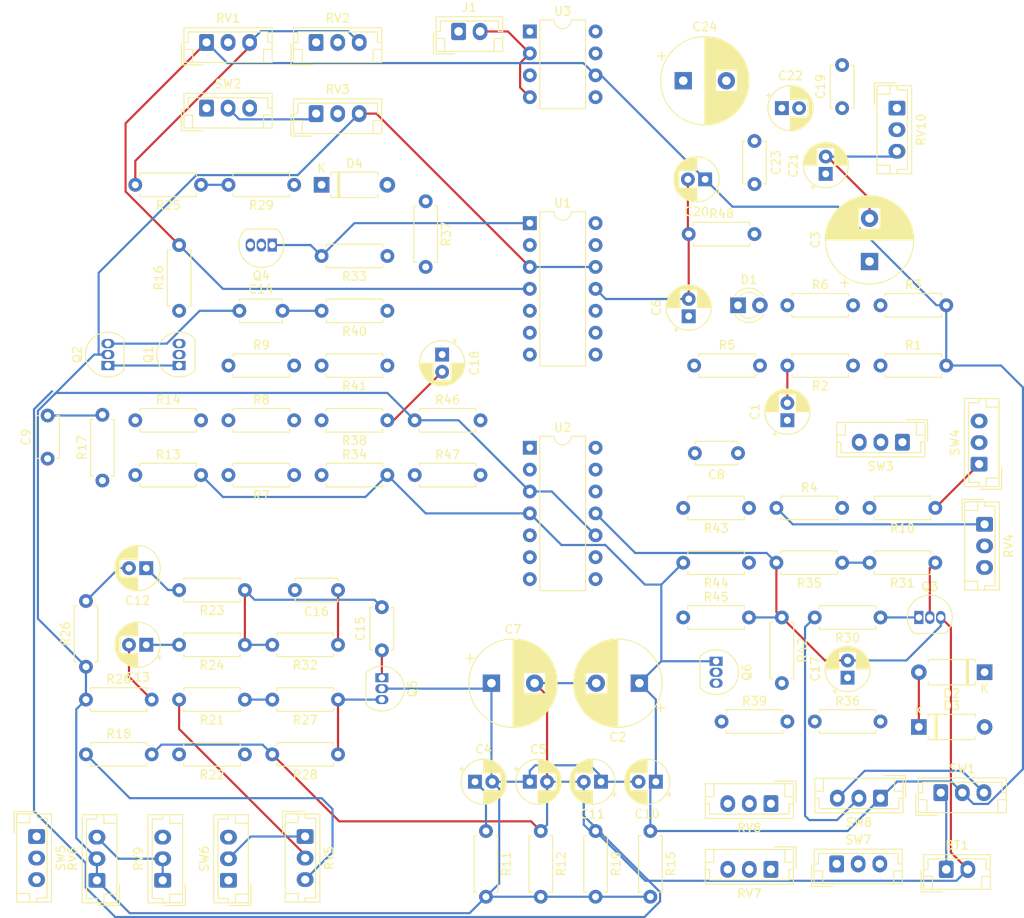
<source format=kicad_pcb>
(kicad_pcb (version 20171130) (host pcbnew "(5.1.10)-1")
  (layers (0 F.Cu signal) (31 B.Cu signal) (34 B.Paste user) (35 F.Paste user) (36 B.SilkS user) (37 F.SilkS user) (38 B.Mask user) (39 F.Mask user) (44 Edge.Cuts user))
  (net 0 "")
  (net 1 BN)
  (net 2 "Net-(BT1-Pad1)")
  (net 3 "Net-(C1-Pad1)")
  (net 4 BP)
  (net 5 "Net-(C3-Pad1)")
  (net 6 VG)
  (net 7 "Net-(C6-Pad1)")
  (net 8 "Net-(C8-Pad2)")
  (net 9 "Net-(C8-Pad1)")
  (net 10 "Net-(C9-Pad1)")
  (net 11 "Net-(C9-Pad2)")
  (net 12 "Net-(C12-Pad2)")
  (net 13 "Net-(C12-Pad1)")
  (net 14 "Net-(C13-Pad1)")
  (net 15 "Net-(C13-Pad2)")
  (net 16 "Net-(C14-Pad1)")
  (net 17 RMP)
  (net 18 "Net-(C15-Pad2)")
  (net 19 "Net-(C15-Pad1)")
  (net 20 A)
  (net 21 "Net-(C16-Pad2)")
  (net 22 "Net-(C17-Pad1)")
  (net 23 "Net-(C18-Pad1)")
  (net 24 "Net-(C19-Pad1)")
  (net 25 "Net-(C21-Pad1)")
  (net 26 "Net-(C22-Pad1)")
  (net 27 "Net-(C22-Pad2)")
  (net 28 "Net-(C23-Pad2)")
  (net 29 "Net-(C23-Pad1)")
  (net 30 "Net-(C24-Pad2)")
  (net 31 "Net-(D1-Pad2)")
  (net 32 "Net-(D2-Pad1)")
  (net 33 "Net-(D2-Pad2)")
  (net 34 "Net-(D3-Pad2)")
  (net 35 "Net-(D4-Pad1)")
  (net 36 "Net-(D4-Pad2)")
  (net 37 "Net-(Q1-Pad1)")
  (net 38 "Net-(Q1-Pad2)")
  (net 39 "Net-(Q3-Pad2)")
  (net 40 "Net-(Q3-Pad1)")
  (net 41 "Net-(Q4-Pad3)")
  (net 42 "Net-(Q5-Pad3)")
  (net 43 AREG)
  (net 44 "Net-(Q6-Pad3)")
  (net 45 "Net-(R1-Pad1)")
  (net 46 "Net-(R4-Pad1)")
  (net 47 "Net-(R7-Pad1)")
  (net 48 "Net-(R14-Pad2)")
  (net 49 "Net-(R8-Pad2)")
  (net 50 "Net-(R9-Pad2)")
  (net 51 "Net-(R18-Pad1)")
  (net 52 "Net-(R21-Pad2)")
  (net 53 "Net-(R21-Pad1)")
  (net 54 "Net-(R30-Pad2)")
  (net 55 "Net-(R33-Pad1)")
  (net 56 "Net-(R34-Pad1)")
  (net 57 "Net-(R36-Pad2)")
  (net 58 "Net-(R40-Pad1)")
  (net 59 "Net-(R43-Pad1)")
  (net 60 "Net-(R43-Pad2)")
  (net 61 SQR)
  (net 62 "Net-(R47-Pad1)")
  (net 63 LFO)
  (net 64 "Net-(RV3-Pad1)")
  (net 65 "Net-(RV5-Pad1)")
  (net 66 "Net-(RV10-Pad2)")
  (module Package_DIP:DIP-14_W7.62mm (layer F.Cu) (at 125.73 93.98)
    (fp_text reference U2 (at 3.81 -2.33) (layer F.SilkS))
    (fp_text value LM324)
    (pad 1 thru_hole rect (at 0 0) (size 1.6 1.6) (drill 0.8) (layers *.Cu *.Mask) (net 20 A))
    (pad 8 thru_hole oval (at 7.62 15.24) (size 1.6 1.6) (drill 0.8) (layers *.Cu *.Mask) (net 38 "Net-(Q1-Pad2)"))
    (pad 2 thru_hole oval (at 0 2.54) (size 1.6 1.6) (drill 0.8) (layers *.Cu *.Mask) (net 18 "Net-(C15-Pad2)"))
    (pad 9 thru_hole oval (at 7.62 12.7) (size 1.6 1.6) (drill 0.8) (layers *.Cu *.Mask) (net 48 "Net-(R14-Pad2)"))
    (pad 3 thru_hole oval (at 0 5.08) (size 1.6 1.6) (drill 0.8) (layers *.Cu *.Mask) (net 6 VG))
    (pad 10 thru_hole oval (at 7.62 10.16) (size 1.6 1.6) (drill 0.8) (layers *.Cu *.Mask) (net 6 VG))
    (pad 4 thru_hole oval (at 0 7.62) (size 1.6 1.6) (drill 0.8) (layers *.Cu *.Mask) (net 4 BP))
    (pad 11 thru_hole oval (at 7.62 7.62) (size 1.6 1.6) (drill 0.8) (layers *.Cu *.Mask) (net 1 BN))
    (pad 5 thru_hole oval (at 0 10.16) (size 1.6 1.6) (drill 0.8) (layers *.Cu *.Mask) (net 58 "Net-(R40-Pad1)"))
    (pad 12 thru_hole oval (at 7.62 5.08) (size 1.6 1.6) (drill 0.8) (layers *.Cu *.Mask) (net 59 "Net-(R43-Pad1)"))
    (pad 6 thru_hole oval (at 0 12.7) (size 1.6 1.6) (drill 0.8) (layers *.Cu *.Mask) (net 23 "Net-(C18-Pad1)"))
    (pad 13 thru_hole oval (at 7.62 2.54) (size 1.6 1.6) (drill 0.8) (layers *.Cu *.Mask) (net 43 AREG))
    (pad 7 thru_hole oval (at 0 15.24) (size 1.6 1.6) (drill 0.8) (layers *.Cu *.Mask) (net 62 "Net-(R47-Pad1)"))
    (pad 14 thru_hole oval (at 7.62 0) (size 1.6 1.6) (drill 0.8) (layers *.Cu *.Mask) (net 60 "Net-(R43-Pad2)"))
  )
  (module Package_DIP:DIP-14_W7.62mm (layer F.Cu) (at 125.73 67.945)
    (fp_text reference U1 (at 3.81 -2.33) (layer F.SilkS))
    (fp_text value LM324)
    (pad 14 thru_hole oval (at 7.62 0) (size 1.6 1.6) (drill 0.8) (layers *.Cu *.Mask) (net 11 "Net-(C9-Pad2)"))
    (pad 7 thru_hole oval (at 0 15.24) (size 1.6 1.6) (drill 0.8) (layers *.Cu *.Mask) (net 36 "Net-(D4-Pad2)"))
    (pad 13 thru_hole oval (at 7.62 2.54) (size 1.6 1.6) (drill 0.8) (layers *.Cu *.Mask) (net 10 "Net-(C9-Pad1)"))
    (pad 6 thru_hole oval (at 0 12.7) (size 1.6 1.6) (drill 0.8) (layers *.Cu *.Mask) (net 56 "Net-(R34-Pad1)"))
    (pad 12 thru_hole oval (at 7.62 5.08) (size 1.6 1.6) (drill 0.8) (layers *.Cu *.Mask) (net 6 VG))
    (pad 5 thru_hole oval (at 0 10.16) (size 1.6 1.6) (drill 0.8) (layers *.Cu *.Mask) (net 55 "Net-(R33-Pad1)"))
    (pad 11 thru_hole oval (at 7.62 7.62) (size 1.6 1.6) (drill 0.8) (layers *.Cu *.Mask) (net 1 BN))
    (pad 4 thru_hole oval (at 0 7.62) (size 1.6 1.6) (drill 0.8) (layers *.Cu *.Mask) (net 4 BP))
    (pad 10 thru_hole oval (at 7.62 10.16) (size 1.6 1.6) (drill 0.8) (layers *.Cu *.Mask) (net 45 "Net-(R1-Pad1)"))
    (pad 3 thru_hole oval (at 0 5.08) (size 1.6 1.6) (drill 0.8) (layers *.Cu *.Mask) (net 6 VG))
    (pad 9 thru_hole oval (at 7.62 12.7) (size 1.6 1.6) (drill 0.8) (layers *.Cu *.Mask) (net 3 "Net-(C1-Pad1)"))
    (pad 2 thru_hole oval (at 0 2.54) (size 1.6 1.6) (drill 0.8) (layers *.Cu *.Mask) (net 16 "Net-(C14-Pad1)"))
    (pad 8 thru_hole oval (at 7.62 15.24) (size 1.6 1.6) (drill 0.8) (layers *.Cu *.Mask) (net 8 "Net-(C8-Pad2)"))
    (pad 1 thru_hole rect (at 0 0) (size 1.6 1.6) (drill 0.8) (layers *.Cu *.Mask) (net 17 RMP))
  )
  (module Connector_JST:JST_EH_B2B-EH-A_1x02_P2.50mm_Vertical (layer F.Cu) (at 173.99 142.875)
    (fp_text reference BT1 (at 1.25 -2.8) (layer F.SilkS))
    (fp_text value 9V)
    (pad 2 thru_hole oval (at 2.5 0) (size 1.7 2) (drill 1) (layers *.Cu *.Mask) (net 1 BN))
    (pad 1 thru_hole roundrect (at 0 0) (size 1.7 2) (drill 1) (layers *.Cu *.Mask) (roundrect_rratio 0.147059) (net 2 "Net-(BT1-Pad1)"))
  )
  (module Capacitor_THT:CP_Radial_D5.0mm_P2.00mm (layer F.Cu) (at 155.575 90.805 90)
    (fp_text reference C1 (at 1 -3.75 90) (layer F.SilkS))
    (fp_text value 1uF)
    (pad 2 thru_hole circle (at 2 0 90) (size 1.6 1.6) (drill 0.8) (layers *.Cu *.Mask) (net 1 BN))
    (pad 1 thru_hole rect (at 0 0 90) (size 1.6 1.6) (drill 0.8) (layers *.Cu *.Mask) (net 3 "Net-(C1-Pad1)"))
  )
  (module Capacitor_THT:CP_Radial_D10.0mm_P5.00mm (layer F.Cu) (at 138.43 121.285 180)
    (fp_text reference C2 (at 2.5 -6.25) (layer F.SilkS))
    (fp_text value 470uF)
    (pad 2 thru_hole circle (at 5 0 180) (size 2 2) (drill 1) (layers *.Cu *.Mask) (net 1 BN))
    (pad 1 thru_hole rect (at 0 0 180) (size 2 2) (drill 1) (layers *.Cu *.Mask) (net 4 BP))
  )
  (module Capacitor_THT:CP_Radial_D10.0mm_P5.00mm (layer F.Cu) (at 165.1 72.39 90)
    (fp_text reference C3 (at 2.5 -6.25 90) (layer F.SilkS))
    (fp_text value 470uF)
    (pad 1 thru_hole rect (at 0 0 90) (size 2 2) (drill 1) (layers *.Cu *.Mask) (net 5 "Net-(C3-Pad1)"))
    (pad 2 thru_hole circle (at 5 0 90) (size 2 2) (drill 1) (layers *.Cu *.Mask) (net 1 BN))
  )
  (module Capacitor_THT:CP_Radial_D5.0mm_P2.00mm (layer F.Cu) (at 119.38 132.715)
    (fp_text reference C4 (at 1 -3.75) (layer F.SilkS))
    (fp_text value 10uF)
    (pad 1 thru_hole rect (at 0 0) (size 1.6 1.6) (drill 0.8) (layers *.Cu *.Mask) (net 4 BP))
    (pad 2 thru_hole circle (at 2 0) (size 1.6 1.6) (drill 0.8) (layers *.Cu *.Mask) (net 6 VG))
  )
  (module Capacitor_THT:CP_Radial_D5.0mm_P2.00mm (layer F.Cu) (at 125.73 132.715)
    (fp_text reference C5 (at 1 -3.75) (layer F.SilkS))
    (fp_text value 10uF)
    (pad 1 thru_hole rect (at 0 0) (size 1.6 1.6) (drill 0.8) (layers *.Cu *.Mask) (net 6 VG))
    (pad 2 thru_hole circle (at 2 0) (size 1.6 1.6) (drill 0.8) (layers *.Cu *.Mask) (net 1 BN))
  )
  (module Capacitor_THT:CP_Radial_D5.0mm_P2.00mm (layer F.Cu) (at 144.145 78.74 90)
    (fp_text reference C6 (at 1 -3.75 90) (layer F.SilkS))
    (fp_text value 1uF)
    (pad 1 thru_hole rect (at 0 0 90) (size 1.6 1.6) (drill 0.8) (layers *.Cu *.Mask) (net 7 "Net-(C6-Pad1)"))
    (pad 2 thru_hole circle (at 2 0 90) (size 1.6 1.6) (drill 0.8) (layers *.Cu *.Mask) (net 1 BN))
  )
  (module Capacitor_THT:CP_Radial_D10.0mm_P5.00mm (layer F.Cu) (at 121.285 121.285)
    (fp_text reference C7 (at 2.5 -6.25) (layer F.SilkS))
    (fp_text value 470uF)
    (pad 1 thru_hole rect (at 0 0) (size 2 2) (drill 1) (layers *.Cu *.Mask) (net 6 VG))
    (pad 2 thru_hole circle (at 5 0) (size 2 2) (drill 1) (layers *.Cu *.Mask) (net 1 BN))
  )
  (module Capacitor_THT:C_Disc_D4.7mm_W2.5mm_P5.00mm (layer F.Cu) (at 149.86 94.615 180)
    (fp_text reference C8 (at 2.5 -2.5) (layer F.SilkS))
    (fp_text value 1nF)
    (pad 2 thru_hole circle (at 5 0 180) (size 1.6 1.6) (drill 0.8) (layers *.Cu *.Mask) (net 8 "Net-(C8-Pad2)"))
    (pad 1 thru_hole circle (at 0 0 180) (size 1.6 1.6) (drill 0.8) (layers *.Cu *.Mask) (net 9 "Net-(C8-Pad1)"))
  )
  (module Capacitor_THT:C_Disc_D4.7mm_W2.5mm_P5.00mm (layer F.Cu) (at 69.85 95.25 90)
    (fp_text reference C9 (at 2.5 -2.5 90) (layer F.SilkS))
    (fp_text value 100pF)
    (pad 2 thru_hole circle (at 5 0 90) (size 1.6 1.6) (drill 0.8) (layers *.Cu *.Mask) (net 11 "Net-(C9-Pad2)"))
    (pad 1 thru_hole circle (at 0 0 90) (size 1.6 1.6) (drill 0.8) (layers *.Cu *.Mask) (net 10 "Net-(C9-Pad1)"))
  )
  (module Capacitor_THT:CP_Radial_D5.0mm_P2.00mm (layer F.Cu) (at 140.335 132.715 180)
    (fp_text reference C10 (at 1 -3.75) (layer F.SilkS))
    (fp_text value 10uF)
    (pad 1 thru_hole rect (at 0 0 180) (size 1.6 1.6) (drill 0.8) (layers *.Cu *.Mask) (net 4 BP))
    (pad 2 thru_hole circle (at 2 0 180) (size 1.6 1.6) (drill 0.8) (layers *.Cu *.Mask) (net 6 VG))
  )
  (module Capacitor_THT:CP_Radial_D5.0mm_P2.00mm (layer F.Cu) (at 133.985 132.715 180)
    (fp_text reference C11 (at 1 -3.75) (layer F.SilkS))
    (fp_text value 10uF)
    (pad 2 thru_hole circle (at 2 0 180) (size 1.6 1.6) (drill 0.8) (layers *.Cu *.Mask) (net 1 BN))
    (pad 1 thru_hole rect (at 0 0 180) (size 1.6 1.6) (drill 0.8) (layers *.Cu *.Mask) (net 6 VG))
  )
  (module Capacitor_THT:CP_Radial_D5.0mm_P2.00mm (layer F.Cu) (at 81.28 107.95 180)
    (fp_text reference C12 (at 1 -3.75) (layer F.SilkS))
    (fp_text value 0.1uF)
    (pad 2 thru_hole circle (at 2 0 180) (size 1.6 1.6) (drill 0.8) (layers *.Cu *.Mask) (net 12 "Net-(C12-Pad2)"))
    (pad 1 thru_hole rect (at 0 0 180) (size 1.6 1.6) (drill 0.8) (layers *.Cu *.Mask) (net 13 "Net-(C12-Pad1)"))
  )
  (module Capacitor_THT:CP_Radial_D5.0mm_P2.00mm (layer F.Cu) (at 81.28 116.84 180)
    (fp_text reference C13 (at 1 -3.75) (layer F.SilkS))
    (fp_text value 0.1uF)
    (pad 1 thru_hole rect (at 0 0 180) (size 1.6 1.6) (drill 0.8) (layers *.Cu *.Mask) (net 14 "Net-(C13-Pad1)"))
    (pad 2 thru_hole circle (at 2 0 180) (size 1.6 1.6) (drill 0.8) (layers *.Cu *.Mask) (net 15 "Net-(C13-Pad2)"))
  )
  (module Capacitor_THT:C_Disc_D4.7mm_W2.5mm_P5.00mm (layer F.Cu) (at 92.075 78.105)
    (fp_text reference C14 (at 2.5 -2.5) (layer F.SilkS))
    (fp_text value .001uF)
    (pad 2 thru_hole circle (at 5 0) (size 1.6 1.6) (drill 0.8) (layers *.Cu *.Mask) (net 17 RMP))
    (pad 1 thru_hole circle (at 0 0) (size 1.6 1.6) (drill 0.8) (layers *.Cu *.Mask) (net 16 "Net-(C14-Pad1)"))
  )
  (module Capacitor_THT:C_Disc_D4.7mm_W2.5mm_P5.00mm (layer F.Cu) (at 108.585 117.475 90)
    (fp_text reference C15 (at 2.5 -2.5 90) (layer F.SilkS))
    (fp_text value .001uF)
    (pad 2 thru_hole circle (at 5 0 90) (size 1.6 1.6) (drill 0.8) (layers *.Cu *.Mask) (net 18 "Net-(C15-Pad2)"))
    (pad 1 thru_hole circle (at 0 0 90) (size 1.6 1.6) (drill 0.8) (layers *.Cu *.Mask) (net 19 "Net-(C15-Pad1)"))
  )
  (module Capacitor_THT:C_Disc_D4.7mm_W2.5mm_P5.00mm (layer F.Cu) (at 103.505 110.49 180)
    (fp_text reference C16 (at 2.5 -2.5) (layer F.SilkS))
    (fp_text value .001uF)
    (pad 1 thru_hole circle (at 0 0 180) (size 1.6 1.6) (drill 0.8) (layers *.Cu *.Mask) (net 20 A))
    (pad 2 thru_hole circle (at 5 0 180) (size 1.6 1.6) (drill 0.8) (layers *.Cu *.Mask) (net 21 "Net-(C16-Pad2)"))
  )
  (module Capacitor_THT:CP_Radial_D5.0mm_P2.00mm (layer F.Cu) (at 162.56 120.65 90)
    (fp_text reference C17 (at 1 -3.75 90) (layer F.SilkS))
    (fp_text value 4.7uF)
    (pad 2 thru_hole circle (at 2 0 90) (size 1.6 1.6) (drill 0.8) (layers *.Cu *.Mask) (net 1 BN))
    (pad 1 thru_hole rect (at 0 0 90) (size 1.6 1.6) (drill 0.8) (layers *.Cu *.Mask) (net 22 "Net-(C17-Pad1)"))
  )
  (module Capacitor_THT:CP_Radial_D5.0mm_P2.00mm (layer F.Cu) (at 115.57 83.185 270)
    (fp_text reference C18 (at 1 -3.75 90) (layer F.SilkS))
    (fp_text value 0.1uF)
    (pad 2 thru_hole circle (at 2 0 270) (size 1.6 1.6) (drill 0.8) (layers *.Cu *.Mask) (net 1 BN))
    (pad 1 thru_hole rect (at 0 0 270) (size 1.6 1.6) (drill 0.8) (layers *.Cu *.Mask) (net 23 "Net-(C18-Pad1)"))
  )
  (module Capacitor_THT:C_Disc_D4.7mm_W2.5mm_P5.00mm (layer F.Cu) (at 161.925 54.61 90)
    (fp_text reference C19 (at 2.5 -2.5 90) (layer F.SilkS))
    (fp_text value 1uF)
    (pad 1 thru_hole circle (at 0 0 90) (size 1.6 1.6) (drill 0.8) (layers *.Cu *.Mask) (net 24 "Net-(C19-Pad1)"))
    (pad 2 thru_hole circle (at 5 0 90) (size 1.6 1.6) (drill 0.8) (layers *.Cu *.Mask) (net 20 A))
  )
  (module Capacitor_THT:CP_Radial_D5.0mm_P2.00mm (layer F.Cu) (at 146.05 62.865 180)
    (fp_text reference C20 (at 1 -3.75) (layer F.SilkS))
    (fp_text value 0.1uF)
    (pad 2 thru_hole circle (at 2 0 180) (size 1.6 1.6) (drill 0.8) (layers *.Cu *.Mask) (net 1 BN))
    (pad 1 thru_hole rect (at 0 0 180) (size 1.6 1.6) (drill 0.8) (layers *.Cu *.Mask) (net 4 BP))
  )
  (module Capacitor_THT:CP_Radial_D5.0mm_P2.00mm (layer F.Cu) (at 160.02 62.23 90)
    (fp_text reference C21 (at 1 -3.75 90) (layer F.SilkS))
    (fp_text value 10uF)
    (pad 2 thru_hole circle (at 2 0 90) (size 1.6 1.6) (drill 0.8) (layers *.Cu *.Mask) (net 1 BN))
    (pad 1 thru_hole rect (at 0 0 90) (size 1.6 1.6) (drill 0.8) (layers *.Cu *.Mask) (net 25 "Net-(C21-Pad1)"))
  )
  (module Capacitor_THT:CP_Radial_D5.0mm_P2.00mm (layer F.Cu) (at 154.94 54.61)
    (fp_text reference C22 (at 1 -3.75) (layer F.SilkS))
    (fp_text value 10uF)
    (pad 1 thru_hole rect (at 0 0) (size 1.6 1.6) (drill 0.8) (layers *.Cu *.Mask) (net 26 "Net-(C22-Pad1)"))
    (pad 2 thru_hole circle (at 2 0) (size 1.6 1.6) (drill 0.8) (layers *.Cu *.Mask) (net 27 "Net-(C22-Pad2)"))
  )
  (module Capacitor_THT:C_Disc_D4.7mm_W2.5mm_P5.00mm (layer F.Cu) (at 151.765 58.42 270)
    (fp_text reference C23 (at 2.5 -2.5 90) (layer F.SilkS))
    (fp_text value .047uF)
    (pad 2 thru_hole circle (at 5 0 270) (size 1.6 1.6) (drill 0.8) (layers *.Cu *.Mask) (net 28 "Net-(C23-Pad2)"))
    (pad 1 thru_hole circle (at 0 0 270) (size 1.6 1.6) (drill 0.8) (layers *.Cu *.Mask) (net 29 "Net-(C23-Pad1)"))
  )
  (module Capacitor_THT:CP_Radial_D10.0mm_P5.00mm (layer F.Cu) (at 143.51 51.435)
    (fp_text reference C24 (at 2.5 -6.25) (layer F.SilkS))
    (fp_text value 220uF)
    (pad 2 thru_hole circle (at 5 0) (size 2 2) (drill 1) (layers *.Cu *.Mask) (net 30 "Net-(C24-Pad2)"))
    (pad 1 thru_hole rect (at 0 0) (size 2 2) (drill 1) (layers *.Cu *.Mask) (net 29 "Net-(C23-Pad1)"))
  )
  (module LED_THT:LED_D3.0mm (layer F.Cu) (at 149.86 77.47)
    (fp_text reference D1 (at 1.27 -2.96) (layer F.SilkS))
    (fp_text value LED)
    (pad 1 thru_hole rect (at 0 0) (size 1.8 1.8) (drill 0.9) (layers *.Cu *.Mask) (net 8 "Net-(C8-Pad2)"))
    (pad 2 thru_hole circle (at 2.54 0) (size 1.8 1.8) (drill 0.9) (layers *.Cu *.Mask) (net 31 "Net-(D1-Pad2)"))
  )
  (module Diode_THT:D_A-405_P7.62mm_Horizontal (layer F.Cu) (at 178.435 120.015 180)
    (fp_text reference D2 (at 3.81 -2.47) (layer F.SilkS))
    (fp_text value D)
    (fp_text user K (at 0 -1.9) (layer F.SilkS))
    (pad 1 thru_hole rect (at 0 0 180) (size 1.8 1.8) (drill 0.9) (layers *.Cu *.Mask) (net 32 "Net-(D2-Pad1)"))
    (pad 2 thru_hole oval (at 7.62 0 180) (size 1.8 1.8) (drill 0.9) (layers *.Cu *.Mask) (net 33 "Net-(D2-Pad2)"))
  )
  (module Diode_THT:D_A-405_P7.62mm_Horizontal (layer F.Cu) (at 170.815 126.365)
    (fp_text reference D3 (at 3.81 -2.47) (layer F.SilkS))
    (fp_text value D)
    (fp_text user K (at 0 -1.9) (layer F.SilkS))
    (pad 2 thru_hole oval (at 7.62 0) (size 1.8 1.8) (drill 0.9) (layers *.Cu *.Mask) (net 34 "Net-(D3-Pad2)"))
    (pad 1 thru_hole rect (at 0 0) (size 1.8 1.8) (drill 0.9) (layers *.Cu *.Mask) (net 33 "Net-(D2-Pad2)"))
  )
  (module Diode_THT:D_A-405_P7.62mm_Horizontal (layer F.Cu) (at 101.6 63.5)
    (fp_text reference D4 (at 3.81 -2.47) (layer F.SilkS))
    (fp_text value D)
    (fp_text user K (at 0 -1.9) (layer F.SilkS))
    (pad 2 thru_hole oval (at 7.62 0) (size 1.8 1.8) (drill 0.9) (layers *.Cu *.Mask) (net 36 "Net-(D4-Pad2)"))
    (pad 1 thru_hole rect (at 0 0) (size 1.8 1.8) (drill 0.9) (layers *.Cu *.Mask) (net 35 "Net-(D4-Pad1)"))
  )
  (module Connector_JST:JST_EH_B2B-EH-A_1x02_P2.50mm_Vertical (layer F.Cu) (at 117.475 45.72)
    (fp_text reference J1 (at 1.25 -2.8) (layer F.SilkS))
    (fp_text value SPKR)
    (pad 1 thru_hole roundrect (at 0 0) (size 1.7 2) (drill 1) (layers *.Cu *.Mask) (roundrect_rratio 0.147059) (net 30 "Net-(C24-Pad2)"))
    (pad 2 thru_hole oval (at 2.5 0) (size 1.7 2) (drill 1) (layers *.Cu *.Mask) (net 1 BN))
  )
  (module Package_TO_SOT_THT:TO-92_Inline (layer F.Cu) (at 85.09 84.455 90)
    (fp_text reference Q1 (at 1.27 -3.56 90) (layer F.SilkS))
    (fp_text value 2N3904)
    (pad 2 thru_hole oval (at 1.27 0 90) (size 1.05 1.5) (drill 0.75) (layers *.Cu *.Mask) (net 38 "Net-(Q1-Pad2)"))
    (pad 3 thru_hole oval (at 2.54 0 90) (size 1.05 1.5) (drill 0.75) (layers *.Cu *.Mask) (net 10 "Net-(C9-Pad1)"))
    (pad 1 thru_hole rect (at 0 0 90) (size 1.05 1.5) (drill 0.75) (layers *.Cu *.Mask) (net 37 "Net-(Q1-Pad1)"))
  )
  (module Package_TO_SOT_THT:TO-92_Inline (layer F.Cu) (at 76.835 84.455 90)
    (fp_text reference Q2 (at 1.27 -3.56 90) (layer F.SilkS))
    (fp_text value 2N3904)
    (pad 1 thru_hole rect (at 0 0 90) (size 1.05 1.5) (drill 0.75) (layers *.Cu *.Mask) (net 37 "Net-(Q1-Pad1)"))
    (pad 3 thru_hole oval (at 2.54 0 90) (size 1.05 1.5) (drill 0.75) (layers *.Cu *.Mask) (net 16 "Net-(C14-Pad1)"))
    (pad 2 thru_hole oval (at 1.27 0 90) (size 1.05 1.5) (drill 0.75) (layers *.Cu *.Mask) (net 6 VG))
  )
  (module Package_TO_SOT_THT:TO-92_Inline (layer F.Cu) (at 170.815 113.665)
    (fp_text reference Q3 (at 1.27 -3.56) (layer F.SilkS))
    (fp_text value 2N3906)
    (pad 2 thru_hole oval (at 1.27 0) (size 1.05 1.5) (drill 0.75) (layers *.Cu *.Mask) (net 39 "Net-(Q3-Pad2)"))
    (pad 3 thru_hole oval (at 2.54 0) (size 1.05 1.5) (drill 0.75) (layers *.Cu *.Mask) (net 1 BN))
    (pad 1 thru_hole rect (at 0 0) (size 1.05 1.5) (drill 0.75) (layers *.Cu *.Mask) (net 40 "Net-(Q3-Pad1)"))
  )
  (module Package_TO_SOT_THT:TO-92_Inline (layer F.Cu) (at 95.885 70.485 180)
    (fp_text reference Q4 (at 1.27 -3.56) (layer F.SilkS))
    (fp_text value 2N5457)
    (pad 2 thru_hole oval (at 1.27 0 180) (size 1.05 1.5) (drill 0.75) (layers *.Cu *.Mask) (net 16 "Net-(C14-Pad1)"))
    (pad 3 thru_hole oval (at 2.54 0 180) (size 1.05 1.5) (drill 0.75) (layers *.Cu *.Mask) (net 41 "Net-(Q4-Pad3)"))
    (pad 1 thru_hole rect (at 0 0 180) (size 1.05 1.5) (drill 0.75) (layers *.Cu *.Mask) (net 17 RMP))
  )
  (module Package_TO_SOT_THT:TO-92_Inline (layer F.Cu) (at 108.585 120.65 270)
    (fp_text reference Q5 (at 1.27 -3.56 90) (layer F.SilkS))
    (fp_text value 2N5457)
    (pad 1 thru_hole rect (at 0 0 270) (size 1.05 1.5) (drill 0.75) (layers *.Cu *.Mask) (net 19 "Net-(C15-Pad1)"))
    (pad 3 thru_hole oval (at 2.54 0 270) (size 1.05 1.5) (drill 0.75) (layers *.Cu *.Mask) (net 42 "Net-(Q5-Pad3)"))
    (pad 2 thru_hole oval (at 1.27 0 270) (size 1.05 1.5) (drill 0.75) (layers *.Cu *.Mask) (net 6 VG))
  )
  (module Package_TO_SOT_THT:TO-92_Inline (layer F.Cu) (at 147.32 118.745 270)
    (fp_text reference Q6 (at 1.27 -3.56 90) (layer F.SilkS))
    (fp_text value 2N5457)
    (pad 2 thru_hole oval (at 1.27 0 270) (size 1.05 1.5) (drill 0.75) (layers *.Cu *.Mask) (net 43 AREG))
    (pad 3 thru_hole oval (at 2.54 0 270) (size 1.05 1.5) (drill 0.75) (layers *.Cu *.Mask) (net 44 "Net-(Q6-Pad3)"))
    (pad 1 thru_hole rect (at 0 0 270) (size 1.05 1.5) (drill 0.75) (layers *.Cu *.Mask) (net 4 BP))
  )
  (module Resistor_THT:R_Axial_DIN0207_L6.3mm_D2.5mm_P7.62mm_Horizontal (layer F.Cu) (at 166.37 84.455)
    (fp_text reference R1 (at 3.81 -2.37) (layer F.SilkS))
    (fp_text value 100k)
    (pad 2 thru_hole oval (at 7.62 0) (size 1.6 1.6) (drill 0.8) (layers *.Cu *.Mask) (net 4 BP))
    (pad 1 thru_hole circle (at 0 0) (size 1.6 1.6) (drill 0.8) (layers *.Cu *.Mask) (net 45 "Net-(R1-Pad1)"))
  )
  (module Resistor_THT:R_Axial_DIN0207_L6.3mm_D2.5mm_P7.62mm_Horizontal (layer F.Cu) (at 163.195 84.455 180)
    (fp_text reference R2 (at 3.81 -2.37) (layer F.SilkS))
    (fp_text value 100k)
    (pad 1 thru_hole circle (at 0 0 180) (size 1.6 1.6) (drill 0.8) (layers *.Cu *.Mask) (net 45 "Net-(R1-Pad1)"))
    (pad 2 thru_hole oval (at 7.62 0 180) (size 1.6 1.6) (drill 0.8) (layers *.Cu *.Mask) (net 1 BN))
  )
  (module Resistor_THT:R_Axial_DIN0207_L6.3mm_D2.5mm_P7.62mm_Horizontal (layer F.Cu) (at 166.37 77.47)
    (fp_text reference R3 (at 3.81 -2.37) (layer F.SilkS))
    (fp_text value 3k)
    (pad 1 thru_hole circle (at 0 0) (size 1.6 1.6) (drill 0.8) (layers *.Cu *.Mask) (net 5 "Net-(C3-Pad1)"))
    (pad 2 thru_hole oval (at 7.62 0) (size 1.6 1.6) (drill 0.8) (layers *.Cu *.Mask) (net 4 BP))
  )
  (module Resistor_THT:R_Axial_DIN0207_L6.3mm_D2.5mm_P7.62mm_Horizontal (layer F.Cu) (at 154.305 100.965)
    (fp_text reference R4 (at 3.81 -2.37) (layer F.SilkS))
    (fp_text value 3k)
    (pad 2 thru_hole oval (at 7.62 0) (size 1.6 1.6) (drill 0.8) (layers *.Cu *.Mask) (net 3 "Net-(C1-Pad1)"))
    (pad 1 thru_hole circle (at 0 0) (size 1.6 1.6) (drill 0.8) (layers *.Cu *.Mask) (net 46 "Net-(R4-Pad1)"))
  )
  (module Resistor_THT:R_Axial_DIN0207_L6.3mm_D2.5mm_P7.62mm_Horizontal (layer F.Cu) (at 144.78 84.455)
    (fp_text reference R5 (at 3.81 -2.37) (layer F.SilkS))
    (fp_text value 100k)
    (pad 2 thru_hole oval (at 7.62 0) (size 1.6 1.6) (drill 0.8) (layers *.Cu *.Mask) (net 45 "Net-(R1-Pad1)"))
    (pad 1 thru_hole circle (at 0 0) (size 1.6 1.6) (drill 0.8) (layers *.Cu *.Mask) (net 8 "Net-(C8-Pad2)"))
  )
  (module Resistor_THT:R_Axial_DIN0207_L6.3mm_D2.5mm_P7.62mm_Horizontal (layer F.Cu) (at 155.575 77.47)
    (fp_text reference R6 (at 3.81 -2.37) (layer F.SilkS))
    (fp_text value 3k)
    (pad 1 thru_hole circle (at 0 0) (size 1.6 1.6) (drill 0.8) (layers *.Cu *.Mask) (net 31 "Net-(D1-Pad2)"))
    (pad 2 thru_hole oval (at 7.62 0) (size 1.6 1.6) (drill 0.8) (layers *.Cu *.Mask) (net 5 "Net-(C3-Pad1)"))
  )
  (module Resistor_THT:R_Axial_DIN0207_L6.3mm_D2.5mm_P7.62mm_Horizontal (layer F.Cu) (at 98.425 97.155 180)
    (fp_text reference R7 (at 3.81 -2.37) (layer F.SilkS))
    (fp_text value 47k)
    (pad 2 thru_hole oval (at 7.62 0 180) (size 1.6 1.6) (drill 0.8) (layers *.Cu *.Mask) (net 48 "Net-(R14-Pad2)"))
    (pad 1 thru_hole circle (at 0 0 180) (size 1.6 1.6) (drill 0.8) (layers *.Cu *.Mask) (net 47 "Net-(R7-Pad1)"))
  )
  (module Resistor_THT:R_Axial_DIN0207_L6.3mm_D2.5mm_P7.62mm_Horizontal (layer F.Cu) (at 90.805 90.805)
    (fp_text reference R8 (at 3.81 -2.37) (layer F.SilkS))
    (fp_text value 100k)
    (pad 1 thru_hole circle (at 0 0) (size 1.6 1.6) (drill 0.8) (layers *.Cu *.Mask) (net 48 "Net-(R14-Pad2)"))
    (pad 2 thru_hole oval (at 7.62 0) (size 1.6 1.6) (drill 0.8) (layers *.Cu *.Mask) (net 49 "Net-(R8-Pad2)"))
  )
  (module Resistor_THT:R_Axial_DIN0207_L6.3mm_D2.5mm_P7.62mm_Horizontal (layer F.Cu) (at 90.805 84.455)
    (fp_text reference R9 (at 3.81 -2.37) (layer F.SilkS))
    (fp_text value 36k)
    (pad 2 thru_hole oval (at 7.62 0) (size 1.6 1.6) (drill 0.8) (layers *.Cu *.Mask) (net 50 "Net-(R9-Pad2)"))
    (pad 1 thru_hole circle (at 0 0) (size 1.6 1.6) (drill 0.8) (layers *.Cu *.Mask) (net 48 "Net-(R14-Pad2)"))
  )
  (module Resistor_THT:R_Axial_DIN0207_L6.3mm_D2.5mm_P7.62mm_Horizontal (layer F.Cu) (at 172.72 100.965 180)
    (fp_text reference R10 (at 3.81 -2.37) (layer F.SilkS))
    (fp_text value 20k)
    (pad 2 thru_hole oval (at 7.62 0 180) (size 1.6 1.6) (drill 0.8) (layers *.Cu *.Mask) (net 8 "Net-(C8-Pad2)"))
    (pad 1 thru_hole circle (at 0 0 180) (size 1.6 1.6) (drill 0.8) (layers *.Cu *.Mask) (net 7 "Net-(C6-Pad1)"))
  )
  (module Resistor_THT:R_Axial_DIN0207_L6.3mm_D2.5mm_P7.62mm_Horizontal (layer F.Cu) (at 120.65 138.43 270)
    (fp_text reference R11 (at 3.81 -2.37 90) (layer F.SilkS))
    (fp_text value 4.7k)
    (pad 1 thru_hole circle (at 0 0 270) (size 1.6 1.6) (drill 0.8) (layers *.Cu *.Mask) (net 4 BP))
    (pad 2 thru_hole oval (at 7.62 0 270) (size 1.6 1.6) (drill 0.8) (layers *.Cu *.Mask) (net 6 VG))
  )
  (module Resistor_THT:R_Axial_DIN0207_L6.3mm_D2.5mm_P7.62mm_Horizontal (layer F.Cu) (at 127 138.43 270)
    (fp_text reference R12 (at 3.81 -2.37 90) (layer F.SilkS))
    (fp_text value 4.7k)
    (pad 1 thru_hole circle (at 0 0 270) (size 1.6 1.6) (drill 0.8) (layers *.Cu *.Mask) (net 1 BN))
    (pad 2 thru_hole oval (at 7.62 0 270) (size 1.6 1.6) (drill 0.8) (layers *.Cu *.Mask) (net 6 VG))
  )
  (module Resistor_THT:R_Axial_DIN0207_L6.3mm_D2.5mm_P7.62mm_Horizontal (layer F.Cu) (at 80.01 97.155)
    (fp_text reference R13 (at 3.81 -2.37) (layer F.SilkS))
    (fp_text value 270k)
    (pad 1 thru_hole circle (at 0 0) (size 1.6 1.6) (drill 0.8) (layers *.Cu *.Mask) (net 38 "Net-(Q1-Pad2)"))
    (pad 2 thru_hole oval (at 7.62 0) (size 1.6 1.6) (drill 0.8) (layers *.Cu *.Mask) (net 4 BP))
  )
  (module Resistor_THT:R_Axial_DIN0207_L6.3mm_D2.5mm_P7.62mm_Horizontal (layer F.Cu) (at 80.01 90.805)
    (fp_text reference R14 (at 3.81 -2.37) (layer F.SilkS))
    (fp_text value 2k)
    (pad 2 thru_hole oval (at 7.62 0) (size 1.6 1.6) (drill 0.8) (layers *.Cu *.Mask) (net 48 "Net-(R14-Pad2)"))
    (pad 1 thru_hole circle (at 0 0) (size 1.6 1.6) (drill 0.8) (layers *.Cu *.Mask) (net 38 "Net-(Q1-Pad2)"))
  )
  (module Resistor_THT:R_Axial_DIN0207_L6.3mm_D2.5mm_P7.62mm_Horizontal (layer F.Cu) (at 139.7 138.43 270)
    (fp_text reference R15 (at 3.81 -2.37 90) (layer F.SilkS))
    (fp_text value 4.7k)
    (pad 1 thru_hole circle (at 0 0 270) (size 1.6 1.6) (drill 0.8) (layers *.Cu *.Mask) (net 4 BP))
    (pad 2 thru_hole oval (at 7.62 0 270) (size 1.6 1.6) (drill 0.8) (layers *.Cu *.Mask) (net 6 VG))
  )
  (module Resistor_THT:R_Axial_DIN0207_L6.3mm_D2.5mm_P7.62mm_Horizontal (layer F.Cu) (at 85.09 78.105 90)
    (fp_text reference R16 (at 3.81 -2.37 90) (layer F.SilkS))
    (fp_text value 2M)
    (pad 2 thru_hole oval (at 7.62 0 90) (size 1.6 1.6) (drill 0.8) (layers *.Cu *.Mask) (net 4 BP))
    (pad 1 thru_hole circle (at 0 0 90) (size 1.6 1.6) (drill 0.8) (layers *.Cu *.Mask) (net 10 "Net-(C9-Pad1)"))
  )
  (module Resistor_THT:R_Axial_DIN0207_L6.3mm_D2.5mm_P7.62mm_Horizontal (layer F.Cu) (at 76.2 97.79 90)
    (fp_text reference R17 (at 3.81 -2.37 90) (layer F.SilkS))
    (fp_text value 10k)
    (pad 1 thru_hole circle (at 0 0 90) (size 1.6 1.6) (drill 0.8) (layers *.Cu *.Mask) (net 37 "Net-(Q1-Pad1)"))
    (pad 2 thru_hole oval (at 7.62 0 90) (size 1.6 1.6) (drill 0.8) (layers *.Cu *.Mask) (net 11 "Net-(C9-Pad2)"))
  )
  (module Resistor_THT:R_Axial_DIN0207_L6.3mm_D2.5mm_P7.62mm_Horizontal (layer F.Cu) (at 74.295 129.54)
    (fp_text reference R18 (at 3.81 -2.37) (layer F.SilkS))
    (fp_text value 27k)
    (pad 2 thru_hole oval (at 7.62 0) (size 1.6 1.6) (drill 0.8) (layers *.Cu *.Mask) (net 1 BN))
    (pad 1 thru_hole circle (at 0 0) (size 1.6 1.6) (drill 0.8) (layers *.Cu *.Mask) (net 51 "Net-(R18-Pad1)"))
  )
  (module Resistor_THT:R_Axial_DIN0207_L6.3mm_D2.5mm_P7.62mm_Horizontal (layer F.Cu) (at 133.35 138.43 270)
    (fp_text reference R19 (at 3.81 -2.37 90) (layer F.SilkS))
    (fp_text value 4.7k)
    (pad 2 thru_hole oval (at 7.62 0 270) (size 1.6 1.6) (drill 0.8) (layers *.Cu *.Mask) (net 6 VG))
    (pad 1 thru_hole circle (at 0 0 270) (size 1.6 1.6) (drill 0.8) (layers *.Cu *.Mask) (net 1 BN))
  )
  (module Resistor_THT:R_Axial_DIN0207_L6.3mm_D2.5mm_P7.62mm_Horizontal (layer F.Cu) (at 74.295 123.19)
    (fp_text reference R20 (at 3.81 -2.37) (layer F.SilkS))
    (fp_text value 47k)
    (pad 1 thru_hole circle (at 0 0) (size 1.6 1.6) (drill 0.8) (layers *.Cu *.Mask) (net 6 VG))
    (pad 2 thru_hole oval (at 7.62 0) (size 1.6 1.6) (drill 0.8) (layers *.Cu *.Mask) (net 15 "Net-(C13-Pad2)"))
  )
  (module Resistor_THT:R_Axial_DIN0207_L6.3mm_D2.5mm_P7.62mm_Horizontal (layer F.Cu) (at 92.71 123.19 180)
    (fp_text reference R21 (at 3.81 -2.37) (layer F.SilkS))
    (fp_text value 39k)
    (pad 2 thru_hole oval (at 7.62 0 180) (size 1.6 1.6) (drill 0.8) (layers *.Cu *.Mask) (net 52 "Net-(R21-Pad2)"))
    (pad 1 thru_hole circle (at 0 0 180) (size 1.6 1.6) (drill 0.8) (layers *.Cu *.Mask) (net 53 "Net-(R21-Pad1)"))
  )
  (module Resistor_THT:R_Axial_DIN0207_L6.3mm_D2.5mm_P7.62mm_Horizontal (layer F.Cu) (at 92.71 129.54 180)
    (fp_text reference R22 (at 3.81 -2.37) (layer F.SilkS))
    (fp_text value 100k)
    (pad 2 thru_hole oval (at 7.62 0 180) (size 1.6 1.6) (drill 0.8) (layers *.Cu *.Mask) (net 4 BP))
    (pad 1 thru_hole circle (at 0 0 180) (size 1.6 1.6) (drill 0.8) (layers *.Cu *.Mask) (net 53 "Net-(R21-Pad1)"))
  )
  (module Resistor_THT:R_Axial_DIN0207_L6.3mm_D2.5mm_P7.62mm_Horizontal (layer F.Cu) (at 92.71 110.49 180)
    (fp_text reference R23 (at 3.81 -2.37) (layer F.SilkS))
    (fp_text value 4.7M)
    (pad 1 thru_hole circle (at 0 0 180) (size 1.6 1.6) (drill 0.8) (layers *.Cu *.Mask) (net 18 "Net-(C15-Pad2)"))
    (pad 2 thru_hole oval (at 7.62 0 180) (size 1.6 1.6) (drill 0.8) (layers *.Cu *.Mask) (net 13 "Net-(C12-Pad1)"))
  )
  (module Resistor_THT:R_Axial_DIN0207_L6.3mm_D2.5mm_P7.62mm_Horizontal (layer F.Cu) (at 92.71 116.84 180)
    (fp_text reference R24 (at 3.81 -2.37) (layer F.SilkS))
    (fp_text value 3M)
    (pad 2 thru_hole oval (at 7.62 0 180) (size 1.6 1.6) (drill 0.8) (layers *.Cu *.Mask) (net 14 "Net-(C13-Pad1)"))
    (pad 1 thru_hole circle (at 0 0 180) (size 1.6 1.6) (drill 0.8) (layers *.Cu *.Mask) (net 18 "Net-(C15-Pad2)"))
  )
  (module Resistor_THT:R_Axial_DIN0207_L6.3mm_D2.5mm_P7.62mm_Horizontal (layer F.Cu) (at 87.63 63.5 180)
    (fp_text reference R25 (at 3.81 -2.37) (layer F.SilkS))
    (fp_text value 2M)
    (pad 1 thru_hole circle (at 0 0 180) (size 1.6 1.6) (drill 0.8) (layers *.Cu *.Mask) (net 41 "Net-(Q4-Pad3)"))
    (pad 2 thru_hole oval (at 7.62 0 180) (size 1.6 1.6) (drill 0.8) (layers *.Cu *.Mask) (net 1 BN))
  )
  (module Resistor_THT:R_Axial_DIN0207_L6.3mm_D2.5mm_P7.62mm_Horizontal (layer F.Cu) (at 74.295 119.38 90)
    (fp_text reference R26 (at 3.81 -2.37 90) (layer F.SilkS))
    (fp_text value 47k)
    (pad 2 thru_hole oval (at 7.62 0 90) (size 1.6 1.6) (drill 0.8) (layers *.Cu *.Mask) (net 12 "Net-(C12-Pad2)"))
    (pad 1 thru_hole circle (at 0 0 90) (size 1.6 1.6) (drill 0.8) (layers *.Cu *.Mask) (net 6 VG))
  )
  (module Resistor_THT:R_Axial_DIN0207_L6.3mm_D2.5mm_P7.62mm_Horizontal (layer F.Cu) (at 103.505 123.19 180)
    (fp_text reference R27 (at 3.81 -2.37) (layer F.SilkS))
    (fp_text value 39k)
    (pad 1 thru_hole circle (at 0 0 180) (size 1.6 1.6) (drill 0.8) (layers *.Cu *.Mask) (net 42 "Net-(Q5-Pad3)"))
    (pad 2 thru_hole oval (at 7.62 0 180) (size 1.6 1.6) (drill 0.8) (layers *.Cu *.Mask) (net 53 "Net-(R21-Pad1)"))
  )
  (module Resistor_THT:R_Axial_DIN0207_L6.3mm_D2.5mm_P7.62mm_Horizontal (layer F.Cu) (at 103.505 129.54 180)
    (fp_text reference R28 (at 3.81 -2.37) (layer F.SilkS))
    (fp_text value 100k)
    (pad 2 thru_hole oval (at 7.62 0 180) (size 1.6 1.6) (drill 0.8) (layers *.Cu *.Mask) (net 1 BN))
    (pad 1 thru_hole circle (at 0 0 180) (size 1.6 1.6) (drill 0.8) (layers *.Cu *.Mask) (net 42 "Net-(Q5-Pad3)"))
  )
  (module Resistor_THT:R_Axial_DIN0207_L6.3mm_D2.5mm_P7.62mm_Horizontal (layer F.Cu) (at 98.425 63.5 180)
    (fp_text reference R29 (at 3.81 -2.37) (layer F.SilkS))
    (fp_text value 10k)
    (pad 2 thru_hole oval (at 7.62 0 180) (size 1.6 1.6) (drill 0.8) (layers *.Cu *.Mask) (net 41 "Net-(Q4-Pad3)"))
    (pad 1 thru_hole circle (at 0 0 180) (size 1.6 1.6) (drill 0.8) (layers *.Cu *.Mask) (net 35 "Net-(D4-Pad1)"))
  )
  (module Resistor_THT:R_Axial_DIN0207_L6.3mm_D2.5mm_P7.62mm_Horizontal (layer F.Cu) (at 166.37 113.665 180)
    (fp_text reference R30 (at 3.81 -2.37) (layer F.SilkS))
    (fp_text value 200)
    (pad 1 thru_hole circle (at 0 0 180) (size 1.6 1.6) (drill 0.8) (layers *.Cu *.Mask) (net 40 "Net-(Q3-Pad1)"))
    (pad 2 thru_hole oval (at 7.62 0 180) (size 1.6 1.6) (drill 0.8) (layers *.Cu *.Mask) (net 54 "Net-(R30-Pad2)"))
  )
  (module Resistor_THT:R_Axial_DIN0207_L6.3mm_D2.5mm_P7.62mm_Horizontal (layer F.Cu) (at 172.72 107.315 180)
    (fp_text reference R31 (at 3.81 -2.37) (layer F.SilkS))
    (fp_text value 10k)
    (pad 2 thru_hole oval (at 7.62 0 180) (size 1.6 1.6) (drill 0.8) (layers *.Cu *.Mask) (net 54 "Net-(R30-Pad2)"))
    (pad 1 thru_hole circle (at 0 0 180) (size 1.6 1.6) (drill 0.8) (layers *.Cu *.Mask) (net 39 "Net-(Q3-Pad2)"))
  )
  (module Resistor_THT:R_Axial_DIN0207_L6.3mm_D2.5mm_P7.62mm_Horizontal (layer F.Cu) (at 103.505 116.84 180)
    (fp_text reference R32 (at 3.81 -2.37) (layer F.SilkS))
    (fp_text value 4.7M)
    (pad 2 thru_hole oval (at 7.62 0 180) (size 1.6 1.6) (drill 0.8) (layers *.Cu *.Mask) (net 18 "Net-(C15-Pad2)"))
    (pad 1 thru_hole circle (at 0 0 180) (size 1.6 1.6) (drill 0.8) (layers *.Cu *.Mask) (net 20 A))
  )
  (module Resistor_THT:R_Axial_DIN0207_L6.3mm_D2.5mm_P7.62mm_Horizontal (layer F.Cu) (at 109.22 71.755 180)
    (fp_text reference R33 (at 3.81 -2.37) (layer F.SilkS))
    (fp_text value 10k)
    (pad 1 thru_hole circle (at 0 0 180) (size 1.6 1.6) (drill 0.8) (layers *.Cu *.Mask) (net 55 "Net-(R33-Pad1)"))
    (pad 2 thru_hole oval (at 7.62 0 180) (size 1.6 1.6) (drill 0.8) (layers *.Cu *.Mask) (net 17 RMP))
  )
  (module Resistor_THT:R_Axial_DIN0207_L6.3mm_D2.5mm_P7.62mm_Horizontal (layer F.Cu) (at 101.6 97.155)
    (fp_text reference R34 (at 3.81 -2.37) (layer F.SilkS))
    (fp_text value 47k)
    (pad 1 thru_hole circle (at 0 0) (size 1.6 1.6) (drill 0.8) (layers *.Cu *.Mask) (net 56 "Net-(R34-Pad1)"))
    (pad 2 thru_hole oval (at 7.62 0) (size 1.6 1.6) (drill 0.8) (layers *.Cu *.Mask) (net 4 BP))
  )
  (module Resistor_THT:R_Axial_DIN0207_L6.3mm_D2.5mm_P7.62mm_Horizontal (layer F.Cu) (at 161.925 107.315 180)
    (fp_text reference R35 (at 3.81 -2.37) (layer F.SilkS))
    (fp_text value 10k)
    (pad 1 thru_hole circle (at 0 0 180) (size 1.6 1.6) (drill 0.8) (layers *.Cu *.Mask) (net 54 "Net-(R30-Pad2)"))
    (pad 2 thru_hole oval (at 7.62 0 180) (size 1.6 1.6) (drill 0.8) (layers *.Cu *.Mask) (net 1 BN))
  )
  (module Resistor_THT:R_Axial_DIN0207_L6.3mm_D2.5mm_P7.62mm_Horizontal (layer F.Cu) (at 158.75 125.73)
    (fp_text reference R36 (at 3.81 -2.37) (layer F.SilkS))
    (fp_text value 820)
    (pad 1 thru_hole circle (at 0 0) (size 1.6 1.6) (drill 0.8) (layers *.Cu *.Mask) (net 22 "Net-(C17-Pad1)"))
    (pad 2 thru_hole oval (at 7.62 0) (size 1.6 1.6) (drill 0.8) (layers *.Cu *.Mask) (net 57 "Net-(R36-Pad2)"))
  )
  (module Resistor_THT:R_Axial_DIN0207_L6.3mm_D2.5mm_P7.62mm_Horizontal (layer F.Cu) (at 113.665 65.405 270)
    (fp_text reference R37 (at 3.81 -2.37 90) (layer F.SilkS))
    (fp_text value 300k)
    (pad 2 thru_hole oval (at 7.62 0 270) (size 1.6 1.6) (drill 0.8) (layers *.Cu *.Mask) (net 55 "Net-(R33-Pad1)"))
    (pad 1 thru_hole circle (at 0 0 270) (size 1.6 1.6) (drill 0.8) (layers *.Cu *.Mask) (net 36 "Net-(D4-Pad2)"))
  )
  (module Resistor_THT:R_Axial_DIN0207_L6.3mm_D2.5mm_P7.62mm_Horizontal (layer F.Cu) (at 109.22 90.805 180)
    (fp_text reference R38 (at 3.81 -2.37) (layer F.SilkS))
    (fp_text value 82k)
    (pad 1 thru_hole circle (at 0 0 180) (size 1.6 1.6) (drill 0.8) (layers *.Cu *.Mask) (net 1 BN))
    (pad 2 thru_hole oval (at 7.62 0 180) (size 1.6 1.6) (drill 0.8) (layers *.Cu *.Mask) (net 56 "Net-(R34-Pad1)"))
  )
  (module Resistor_THT:R_Axial_DIN0207_L6.3mm_D2.5mm_P7.62mm_Horizontal (layer F.Cu) (at 147.955 125.73)
    (fp_text reference R39 (at 3.81 -2.37) (layer F.SilkS))
    (fp_text value 10k)
    (pad 2 thru_hole oval (at 7.62 0) (size 1.6 1.6) (drill 0.8) (layers *.Cu *.Mask) (net 22 "Net-(C17-Pad1)"))
    (pad 1 thru_hole circle (at 0 0) (size 1.6 1.6) (drill 0.8) (layers *.Cu *.Mask) (net 44 "Net-(Q6-Pad3)"))
  )
  (module Resistor_THT:R_Axial_DIN0207_L6.3mm_D2.5mm_P7.62mm_Horizontal (layer F.Cu) (at 109.22 78.105 180)
    (fp_text reference R40 (at 3.81 -2.37) (layer F.SilkS))
    (fp_text value 10K)
    (pad 2 thru_hole oval (at 7.62 0 180) (size 1.6 1.6) (drill 0.8) (layers *.Cu *.Mask) (net 17 RMP))
    (pad 1 thru_hole circle (at 0 0 180) (size 1.6 1.6) (drill 0.8) (layers *.Cu *.Mask) (net 58 "Net-(R40-Pad1)"))
  )
  (module Resistor_THT:R_Axial_DIN0207_L6.3mm_D2.5mm_P7.62mm_Horizontal (layer F.Cu) (at 109.22 84.455 180)
    (fp_text reference R41 (at 3.81 -2.37) (layer F.SilkS))
    (fp_text value 2M)
    (pad 1 thru_hole circle (at 0 0 180) (size 1.6 1.6) (drill 0.8) (layers *.Cu *.Mask) (net 23 "Net-(C18-Pad1)"))
    (pad 2 thru_hole oval (at 7.62 0 180) (size 1.6 1.6) (drill 0.8) (layers *.Cu *.Mask) (net 17 RMP))
  )
  (module Resistor_THT:R_Axial_DIN0207_L6.3mm_D2.5mm_P7.62mm_Horizontal (layer F.Cu) (at 154.94 113.665 270)
    (fp_text reference R42 (at 3.81 -2.37 90) (layer F.SilkS))
    (fp_text value 4.7k)
    (pad 1 thru_hole circle (at 0 0 270) (size 1.6 1.6) (drill 0.8) (layers *.Cu *.Mask) (net 1 BN))
    (pad 2 thru_hole oval (at 7.62 0 270) (size 1.6 1.6) (drill 0.8) (layers *.Cu *.Mask) (net 43 AREG))
  )
  (module Resistor_THT:R_Axial_DIN0207_L6.3mm_D2.5mm_P7.62mm_Horizontal (layer F.Cu) (at 151.13 100.965 180)
    (fp_text reference R43 (at 3.81 -2.37) (layer F.SilkS))
    (fp_text value 100k)
    (pad 1 thru_hole circle (at 0 0 180) (size 1.6 1.6) (drill 0.8) (layers *.Cu *.Mask) (net 59 "Net-(R43-Pad1)"))
    (pad 2 thru_hole oval (at 7.62 0 180) (size 1.6 1.6) (drill 0.8) (layers *.Cu *.Mask) (net 60 "Net-(R43-Pad2)"))
  )
  (module Resistor_THT:R_Axial_DIN0207_L6.3mm_D2.5mm_P7.62mm_Horizontal (layer F.Cu) (at 151.13 107.315 180)
    (fp_text reference R44 (at 3.81 -2.37) (layer F.SilkS))
    (fp_text value 150k)
    (pad 1 thru_hole circle (at 0 0 180) (size 1.6 1.6) (drill 0.8) (layers *.Cu *.Mask) (net 59 "Net-(R43-Pad1)"))
    (pad 2 thru_hole oval (at 7.62 0 180) (size 1.6 1.6) (drill 0.8) (layers *.Cu *.Mask) (net 4 BP))
  )
  (module Resistor_THT:R_Axial_DIN0207_L6.3mm_D2.5mm_P7.62mm_Horizontal (layer F.Cu) (at 143.51 113.665)
    (fp_text reference R45 (at 3.81 -2.37) (layer F.SilkS))
    (fp_text value 150k)
    (pad 2 thru_hole oval (at 7.62 0) (size 1.6 1.6) (drill 0.8) (layers *.Cu *.Mask) (net 1 BN))
    (pad 1 thru_hole circle (at 0 0) (size 1.6 1.6) (drill 0.8) (layers *.Cu *.Mask) (net 59 "Net-(R43-Pad1)"))
  )
  (module Resistor_THT:R_Axial_DIN0207_L6.3mm_D2.5mm_P7.62mm_Horizontal (layer F.Cu) (at 112.395 90.805)
    (fp_text reference R46 (at 3.81 -2.37) (layer F.SilkS))
    (fp_text value 10K)
    (pad 2 thru_hole oval (at 7.62 0) (size 1.6 1.6) (drill 0.8) (layers *.Cu *.Mask) (net 61 SQR))
    (pad 1 thru_hole circle (at 0 0) (size 1.6 1.6) (drill 0.8) (layers *.Cu *.Mask) (net 6 VG))
  )
  (module Resistor_THT:R_Axial_DIN0207_L6.3mm_D2.5mm_P7.62mm_Horizontal (layer F.Cu) (at 112.395 97.155)
    (fp_text reference R47 (at 3.81 -2.37) (layer F.SilkS))
    (fp_text value 10K)
    (pad 1 thru_hole circle (at 0 0) (size 1.6 1.6) (drill 0.8) (layers *.Cu *.Mask) (net 62 "Net-(R47-Pad1)"))
    (pad 2 thru_hole oval (at 7.62 0) (size 1.6 1.6) (drill 0.8) (layers *.Cu *.Mask) (net 61 SQR))
  )
  (module Resistor_THT:R_Axial_DIN0207_L6.3mm_D2.5mm_P7.62mm_Horizontal (layer F.Cu) (at 144.145 69.215)
    (fp_text reference R48 (at 3.81 -2.37) (layer F.SilkS))
    (fp_text value 10)
    (pad 1 thru_hole circle (at 0 0) (size 1.6 1.6) (drill 0.8) (layers *.Cu *.Mask) (net 1 BN))
    (pad 2 thru_hole oval (at 7.62 0) (size 1.6 1.6) (drill 0.8) (layers *.Cu *.Mask) (net 28 "Net-(C23-Pad2)"))
  )
  (module Connector_JST:JST_EH_B3B-EH-A_1x03_P2.50mm_Vertical (layer F.Cu) (at 88.265 46.99)
    (fp_text reference RV1 (at 2.5 -2.8) (layer F.SilkS))
    (fp_text value 100k)
    (pad 3 thru_hole oval (at 5 0) (size 1.7 1.95) (drill 0.95) (layers *.Cu *.Mask) (net 1 BN))
    (pad 2 thru_hole oval (at 2.5 0) (size 1.7 1.95) (drill 0.95) (layers *.Cu *.Mask) (net 47 "Net-(R7-Pad1)"))
    (pad 1 thru_hole roundrect (at 0 0) (size 1.7 1.95) (drill 0.95) (layers *.Cu *.Mask) (roundrect_rratio 0.147059) (net 4 BP))
  )
  (module Connector_JST:JST_EH_B3B-EH-A_1x03_P2.50mm_Vertical (layer F.Cu) (at 100.965 46.99)
    (fp_text reference RV2 (at 2.5 -2.8) (layer F.SilkS))
    (fp_text value 100k)
    (pad 1 thru_hole roundrect (at 0 0) (size 1.7 1.95) (drill 0.95) (layers *.Cu *.Mask) (roundrect_rratio 0.147059) (net 63 LFO))
    (pad 2 thru_hole oval (at 2.5 0) (size 1.7 1.95) (drill 0.95) (layers *.Cu *.Mask) (net 49 "Net-(R8-Pad2)"))
    (pad 3 thru_hole oval (at 5 0) (size 1.7 1.95) (drill 0.95) (layers *.Cu *.Mask) (net 1 BN))
  )
  (module Connector_JST:JST_EH_B3B-EH-A_1x03_P2.50mm_Vertical (layer F.Cu) (at 100.965 55.245)
    (fp_text reference RV3 (at 2.5 -2.8) (layer F.SilkS))
    (fp_text value 100k)
    (pad 1 thru_hole roundrect (at 0 0) (size 1.7 1.95) (drill 0.95) (layers *.Cu *.Mask) (roundrect_rratio 0.147059) (net 64 "Net-(RV3-Pad1)"))
    (pad 2 thru_hole oval (at 2.5 0) (size 1.7 1.95) (drill 0.95) (layers *.Cu *.Mask) (net 50 "Net-(R9-Pad2)"))
    (pad 3 thru_hole oval (at 5 0) (size 1.7 1.95) (drill 0.95) (layers *.Cu *.Mask) (net 6 VG))
  )
  (module Connector_JST:JST_EH_B3B-EH-A_1x03_P2.50mm_Vertical (layer F.Cu) (at 178.435 102.87 270)
    (fp_text reference RV4 (at 2.5 -2.8 90) (layer F.SilkS))
    (fp_text value 1M)
    (pad 1 thru_hole roundrect (at 0 0 270) (size 1.7 1.95) (drill 0.95) (layers *.Cu *.Mask) (roundrect_rratio 0.147059) (net 46 "Net-(R4-Pad1)"))
    (pad 2 thru_hole oval (at 2.5 0 270) (size 1.7 1.95) (drill 0.95) (layers *.Cu *.Mask) (net 8 "Net-(C8-Pad2)"))
    (pad 3 thru_hole oval (at 5 0 270) (size 1.7 1.95) (drill 0.95) (layers *.Cu *.Mask) (net 8 "Net-(C8-Pad2)"))
  )
  (module Connector_JST:JST_EH_B3B-EH-A_1x03_P2.50mm_Vertical (layer F.Cu) (at 99.695 139.065 270)
    (fp_text reference RV5 (at 2.5 -2.8 90) (layer F.SilkS))
    (fp_text value 100k)
    (pad 3 thru_hole oval (at 5 0 270) (size 1.7 1.95) (drill 0.95) (layers *.Cu *.Mask) (net 51 "Net-(R18-Pad1)"))
    (pad 2 thru_hole oval (at 2.5 0 270) (size 1.7 1.95) (drill 0.95) (layers *.Cu *.Mask) (net 52 "Net-(R21-Pad2)"))
    (pad 1 thru_hole roundrect (at 0 0 270) (size 1.7 1.95) (drill 0.95) (layers *.Cu *.Mask) (roundrect_rratio 0.147059) (net 65 "Net-(RV5-Pad1)"))
  )
  (module Connector_JST:JST_EH_B3B-EH-A_1x03_P2.50mm_Vertical (layer F.Cu) (at 75.565 144.145 90)
    (fp_text reference RV6 (at 2.5 -2.8 90) (layer F.SilkS))
    (fp_text value 100k)
    (pad 3 thru_hole oval (at 5 0 90) (size 1.7 1.95) (drill 0.95) (layers *.Cu *.Mask) (net 19 "Net-(C15-Pad1)"))
    (pad 2 thru_hole oval (at 2.5 0 90) (size 1.7 1.95) (drill 0.95) (layers *.Cu *.Mask) (net 6 VG))
    (pad 1 thru_hole roundrect (at 0 0 90) (size 1.7 1.95) (drill 0.95) (layers *.Cu *.Mask) (roundrect_rratio 0.147059) (net 6 VG))
  )
  (module Connector_JST:JST_EH_B3B-EH-A_1x03_P2.50mm_Vertical (layer F.Cu) (at 153.67 142.875 180)
    (fp_text reference RV7 (at 2.5 -2.8) (layer F.SilkS))
    (fp_text value 1M)
    (pad 1 thru_hole roundrect (at 0 0 180) (size 1.7 1.95) (drill 0.95) (layers *.Cu *.Mask) (roundrect_rratio 0.147059) (net 32 "Net-(D2-Pad1)"))
    (pad 2 thru_hole oval (at 2.5 0 180) (size 1.7 1.95) (drill 0.95) (layers *.Cu *.Mask) (net 57 "Net-(R36-Pad2)"))
    (pad 3 thru_hole oval (at 5 0 180) (size 1.7 1.95) (drill 0.95) (layers *.Cu *.Mask) (net 57 "Net-(R36-Pad2)"))
  )
  (module Connector_JST:JST_EH_B3B-EH-A_1x03_P2.50mm_Vertical (layer F.Cu) (at 153.67 135.255 180)
    (fp_text reference RV8 (at 2.5 -2.8) (layer F.SilkS))
    (fp_text value 1M)
    (pad 3 thru_hole oval (at 5 0 180) (size 1.7 1.95) (drill 0.95) (layers *.Cu *.Mask) (net 57 "Net-(R36-Pad2)"))
    (pad 2 thru_hole oval (at 2.5 0 180) (size 1.7 1.95) (drill 0.95) (layers *.Cu *.Mask) (net 57 "Net-(R36-Pad2)"))
    (pad 1 thru_hole roundrect (at 0 0 180) (size 1.7 1.95) (drill 0.95) (layers *.Cu *.Mask) (roundrect_rratio 0.147059) (net 34 "Net-(D3-Pad2)"))
  )
  (module Connector_JST:JST_EH_B3B-EH-A_1x03_P2.50mm_Vertical (layer F.Cu) (at 83.185 144.145 90)
    (fp_text reference RV9 (at 2.5 -2.8 90) (layer F.SilkS))
    (fp_text value 100k)
    (pad 1 thru_hole roundrect (at 0 0 90) (size 1.7 1.95) (drill 0.95) (layers *.Cu *.Mask) (roundrect_rratio 0.147059) (net 19 "Net-(C15-Pad1)"))
    (pad 2 thru_hole oval (at 2.5 0 90) (size 1.7 1.95) (drill 0.95) (layers *.Cu *.Mask) (net 19 "Net-(C15-Pad1)"))
    (pad 3 thru_hole oval (at 5 0 90) (size 1.7 1.95) (drill 0.95) (layers *.Cu *.Mask) (net 21 "Net-(C16-Pad2)"))
  )
  (module Connector_JST:JST_EH_B3B-EH-A_1x03_P2.50mm_Vertical (layer F.Cu) (at 168.275 54.61 270)
    (fp_text reference RV10 (at 2.5 -2.8 90) (layer F.SilkS))
    (fp_text value 100k)
    (pad 1 thru_hole roundrect (at 0 0 270) (size 1.7 1.95) (drill 0.95) (layers *.Cu *.Mask) (roundrect_rratio 0.147059) (net 24 "Net-(C19-Pad1)"))
    (pad 2 thru_hole oval (at 2.5 0 270) (size 1.7 1.95) (drill 0.95) (layers *.Cu *.Mask) (net 66 "Net-(RV10-Pad2)"))
    (pad 3 thru_hole oval (at 5 0 270) (size 1.7 1.95) (drill 0.95) (layers *.Cu *.Mask) (net 1 BN))
  )
  (module Connector_JST:JST_EH_B3B-EH-A_1x03_P2.50mm_Vertical (layer F.Cu) (at 173.355 133.985)
    (fp_text reference SW1 (at 2.5 -2.8) (layer F.SilkS))
    (fp_text value SW_SPST)
    (pad 1 thru_hole roundrect (at 0 0) (size 1.7 1.95) (drill 0.95) (layers *.Cu *.Mask) (roundrect_rratio 0.147059) (net 2 "Net-(BT1-Pad1)"))
    (pad 2 thru_hole oval (at 2.5 0) (size 1.7 1.95) (drill 0.95) (layers *.Cu *.Mask) (net 4 BP))
    (pad 3 thru_hole oval (at 5 0) (size 1.7 1.95) (drill 0.95) (layers *.Cu *.Mask))
  )
  (module Connector_JST:JST_EH_B3B-EH-A_1x03_P2.50mm_Vertical (layer F.Cu) (at 88.265 54.61)
    (fp_text reference SW2 (at 2.5 -2.8) (layer F.SilkS))
    (fp_text value "AREG Input")
    (pad 3 thru_hole oval (at 5 0) (size 1.7 1.95) (drill 0.95) (layers *.Cu *.Mask))
    (pad 2 thru_hole oval (at 2.5 0) (size 1.7 1.95) (drill 0.95) (layers *.Cu *.Mask) (net 64 "Net-(RV3-Pad1)"))
    (pad 1 thru_hole roundrect (at 0 0) (size 1.7 1.95) (drill 0.95) (layers *.Cu *.Mask) (roundrect_rratio 0.147059) (net 43 AREG))
  )
  (module Connector_JST:JST_EH_B3B-EH-A_1x03_P2.50mm_Vertical (layer F.Cu) (at 168.91 93.345 180)
    (fp_text reference SW3 (at 2.5 -2.8) (layer F.SilkS))
    (fp_text value "LFO Shape")
    (pad 1 thru_hole roundrect (at 0 0 180) (size 1.7 1.95) (drill 0.95) (layers *.Cu *.Mask) (roundrect_rratio 0.147059) (net 8 "Net-(C8-Pad2)"))
    (pad 2 thru_hole oval (at 2.5 0 180) (size 1.7 1.95) (drill 0.95) (layers *.Cu *.Mask) (net 9 "Net-(C8-Pad1)"))
    (pad 3 thru_hole oval (at 5 0 180) (size 1.7 1.95) (drill 0.95) (layers *.Cu *.Mask))
  )
  (module Connector_JST:JST_EH_B3B-EH-A_1x03_P2.50mm_Vertical (layer F.Cu) (at 177.8 95.885 90)
    (fp_text reference SW4 (at 2.5 -2.8 90) (layer F.SilkS))
    (fp_text value "LFO Out")
    (pad 3 thru_hole oval (at 5 0 90) (size 1.7 1.95) (drill 0.95) (layers *.Cu *.Mask) (net 9 "Net-(C8-Pad1)"))
    (pad 2 thru_hole oval (at 2.5 0 90) (size 1.7 1.95) (drill 0.95) (layers *.Cu *.Mask) (net 63 LFO))
    (pad 1 thru_hole roundrect (at 0 0 90) (size 1.7 1.95) (drill 0.95) (layers *.Cu *.Mask) (roundrect_rratio 0.147059) (net 7 "Net-(C6-Pad1)"))
  )
  (module Connector_JST:JST_EH_B3B-EH-A_1x03_P2.50mm_Vertical (layer F.Cu) (at 68.58 139.065 270)
    (fp_text reference SW5 (at 2.5 -2.8 90) (layer F.SilkS))
    (fp_text value "VCF Select")
    (pad 1 thru_hole roundrect (at 0 0 270) (size 1.7 1.95) (drill 0.95) (layers *.Cu *.Mask) (roundrect_rratio 0.147059) (net 17 RMP))
    (pad 2 thru_hole oval (at 2.5 0 270) (size 1.7 1.95) (drill 0.95) (layers *.Cu *.Mask) (net 12 "Net-(C12-Pad2)"))
    (pad 3 thru_hole oval (at 5 0 270) (size 1.7 1.95) (drill 0.95) (layers *.Cu *.Mask) (net 61 SQR))
  )
  (module Connector_JST:JST_EH_B3B-EH-A_1x03_P2.50mm_Vertical (layer F.Cu) (at 90.805 144.145 90)
    (fp_text reference SW6 (at 2.5 -2.8 90) (layer F.SilkS))
    (fp_text value "VCF Source")
    (pad 3 thru_hole oval (at 5 0 90) (size 1.7 1.95) (drill 0.95) (layers *.Cu *.Mask) (net 63 LFO))
    (pad 2 thru_hole oval (at 2.5 0 90) (size 1.7 1.95) (drill 0.95) (layers *.Cu *.Mask) (net 65 "Net-(RV5-Pad1)"))
    (pad 1 thru_hole roundrect (at 0 0 90) (size 1.7 1.95) (drill 0.95) (layers *.Cu *.Mask) (roundrect_rratio 0.147059) (net 43 AREG))
  )
  (module Connector_JST:JST_EH_B3B-EH-A_1x03_P2.50mm_Vertical (layer F.Cu) (at 161.29 142.24)
    (fp_text reference SW7 (at 2.5 -2.8) (layer F.SilkS))
    (fp_text value Repeat/Manual)
    (pad 3 thru_hole oval (at 5 0) (size 1.7 1.95) (drill 0.95) (layers *.Cu *.Mask) (net 60 "Net-(R43-Pad2)"))
    (pad 2 thru_hole oval (at 2.5 0) (size 1.7 1.95) (drill 0.95) (layers *.Cu *.Mask) (net 33 "Net-(D2-Pad2)"))
    (pad 1 thru_hole roundrect (at 0 0) (size 1.7 1.95) (drill 0.95) (layers *.Cu *.Mask) (roundrect_rratio 0.147059) (net 40 "Net-(Q3-Pad1)"))
  )
  (module Connector_JST:JST_EH_B3B-EH-A_1x03_P2.50mm_Vertical (layer F.Cu) (at 166.37 134.62 180)
    (fp_text reference SW8 (at 2.5 -2.8) (layer F.SilkS))
    (fp_text value Manual)
    (pad 3 thru_hole oval (at 5 0 180) (size 1.7 1.95) (drill 0.95) (layers *.Cu *.Mask))
    (pad 2 thru_hole oval (at 2.5 0 180) (size 1.7 1.95) (drill 0.95) (layers *.Cu *.Mask) (net 54 "Net-(R30-Pad2)"))
    (pad 1 thru_hole roundrect (at 0 0 180) (size 1.7 1.95) (drill 0.95) (layers *.Cu *.Mask) (roundrect_rratio 0.147059) (net 4 BP))
  )
  (module Package_DIP:DIP-8_W7.62mm (layer F.Cu) (at 125.73 45.72)
    (fp_text reference U3 (at 3.81 -2.33) (layer F.SilkS))
    (fp_text value LM386)
    (pad 1 thru_hole rect (at 0 0) (size 1.6 1.6) (drill 0.8) (layers *.Cu *.Mask) (net 26 "Net-(C22-Pad1)"))
    (pad 5 thru_hole oval (at 7.62 7.62) (size 1.6 1.6) (drill 0.8) (layers *.Cu *.Mask) (net 29 "Net-(C23-Pad1)"))
    (pad 2 thru_hole oval (at 0 2.54) (size 1.6 1.6) (drill 0.8) (layers *.Cu *.Mask) (net 1 BN))
    (pad 6 thru_hole oval (at 7.62 5.08) (size 1.6 1.6) (drill 0.8) (layers *.Cu *.Mask) (net 4 BP))
    (pad 3 thru_hole oval (at 0 5.08) (size 1.6 1.6) (drill 0.8) (layers *.Cu *.Mask) (net 66 "Net-(RV10-Pad2)"))
    (pad 7 thru_hole oval (at 7.62 2.54) (size 1.6 1.6) (drill 0.8) (layers *.Cu *.Mask) (net 25 "Net-(C21-Pad1)"))
    (pad 4 thru_hole oval (at 0 7.62) (size 1.6 1.6) (drill 0.8) (layers *.Cu *.Mask) (net 1 BN))
    (pad 8 thru_hole oval (at 7.62 0) (size 1.6 1.6) (drill 0.8) (layers *.Cu *.Mask) (net 27 "Net-(C22-Pad2)"))
  )
  (segment (start 178.355 133.985) (end 175.815 131.445) (width 0.25) (layer B.Cu) (net 0))
  (segment (start 164.545 131.445) (end 161.37 134.62) (width 0.25) (layer B.Cu) (net 0))
  (segment (start 175.815 131.445) (end 164.545 131.445) (width 0.25) (layer B.Cu) (net 0))
  (segment (start 133.43 121.285) (end 126.285 121.285) (width 0.25) (layer B.Cu) (net 1))
  (segment (start 127.73 137.7) (end 127.73 132.715) (width 0.25) (layer B.Cu) (net 1))
  (segment (start 127 138.43) (end 127.73 137.7) (width 0.25) (layer B.Cu) (net 1))
  (segment (start 133.35 138.43) (end 132.715 138.43) (width 0.25) (layer B.Cu) (net 1))
  (segment (start 131.985 137.7) (end 131.985 132.715) (width 0.25) (layer B.Cu) (net 1))
  (segment (start 132.715 138.43) (end 131.985 137.7) (width 0.25) (layer B.Cu) (net 1))
  (segment (start 139.12001 144.20001) (end 133.35 138.43) (width 0.25) (layer B.Cu) (net 1))
  (segment (start 175.16499 144.20001) (end 139.12001 144.20001) (width 0.25) (layer B.Cu) (net 1))
  (segment (start 176.49 142.875) (end 175.16499 144.20001) (width 0.25) (layer B.Cu) (net 1))
  (segment (start 83.040001 128.414999) (end 81.915 129.54) (width 0.25) (layer B.Cu) (net 1))
  (segment (start 94.759999 128.414999) (end 83.040001 128.414999) (width 0.25) (layer B.Cu) (net 1))
  (segment (start 95.885 129.54) (end 94.759999 128.414999) (width 0.25) (layer B.Cu) (net 1))
  (segment (start 94.56501 45.68999) (end 93.265 46.99) (width 0.25) (layer B.Cu) (net 1))
  (segment (start 104.66499 45.68999) (end 94.56501 45.68999) (width 0.25) (layer B.Cu) (net 1))
  (segment (start 105.965 46.99) (end 104.66499 45.68999) (width 0.25) (layer B.Cu) (net 1))
  (segment (start 167.655 60.23) (end 168.275 59.61) (width 0.25) (layer B.Cu) (net 1))
  (segment (start 160.02 60.23) (end 167.655 60.23) (width 0.25) (layer B.Cu) (net 1))
  (segment (start 151.13 113.665) (end 154.94 113.665) (width 0.25) (layer B.Cu) (net 1))
  (segment (start 173.355 114.665) (end 173.355 113.665) (width 0.25) (layer B.Cu) (net 1))
  (segment (start 169.37 118.65) (end 173.355 114.665) (width 0.25) (layer B.Cu) (net 1))
  (segment (start 162.56 118.65) (end 169.37 118.65) (width 0.25) (layer B.Cu) (net 1))
  (segment (start 137.939999 106.189999) (end 133.35 101.6) (width 0.25) (layer B.Cu) (net 1))
  (segment (start 153.179999 106.189999) (end 137.939999 106.189999) (width 0.25) (layer B.Cu) (net 1))
  (segment (start 154.305 107.315) (end 153.179999 106.189999) (width 0.25) (layer B.Cu) (net 1))
  (segment (start 134.525 76.74) (end 133.35 75.565) (width 0.25) (layer B.Cu) (net 1))
  (segment (start 144.145 76.74) (end 134.525 76.74) (width 0.25) (layer B.Cu) (net 1))
  (segment (start 155.575 88.805) (end 155.575 84.455) (width 0.25) (layer F.Cu) (net 1))
  (segment (start 144.145 76.74) (end 144.145 69.215) (width 0.25) (layer F.Cu) (net 1))
  (segment (start 144.05 69.12) (end 144.145 69.215) (width 0.25) (layer F.Cu) (net 1))
  (segment (start 144.05 62.865) (end 144.05 69.12) (width 0.25) (layer F.Cu) (net 1))
  (segment (start 165.1 65.124998) (end 165.1 67.39) (width 0.25) (layer F.Cu) (net 1))
  (segment (start 160.205002 60.23) (end 165.1 65.124998) (width 0.25) (layer F.Cu) (net 1))
  (segment (start 160.02 60.23) (end 160.205002 60.23) (width 0.25) (layer F.Cu) (net 1))
  (segment (start 124.604999 52.214999) (end 125.73 53.34) (width 0.25) (layer F.Cu) (net 1))
  (segment (start 124.604999 49.385001) (end 124.604999 52.214999) (width 0.25) (layer F.Cu) (net 1))
  (segment (start 125.73 48.26) (end 124.604999 49.385001) (width 0.25) (layer F.Cu) (net 1))
  (segment (start 123.19 45.72) (end 125.73 48.26) (width 0.25) (layer F.Cu) (net 1))
  (segment (start 119.975 45.72) (end 123.19 45.72) (width 0.25) (layer F.Cu) (net 1))
  (segment (start 109.95 90.805) (end 109.22 90.805) (width 0.25) (layer F.Cu) (net 1))
  (segment (start 115.57 85.185) (end 109.95 90.805) (width 0.25) (layer F.Cu) (net 1))
  (segment (start 93.265 47.47181) (end 93.265 46.99) (width 0.25) (layer F.Cu) (net 1))
  (segment (start 80.01 60.72681) (end 93.265 47.47181) (width 0.25) (layer F.Cu) (net 1))
  (segment (start 80.01 63.5) (end 80.01 60.72681) (width 0.25) (layer F.Cu) (net 1))
  (segment (start 154.305 113.03) (end 154.94 113.665) (width 0.25) (layer F.Cu) (net 1))
  (segment (start 154.305 107.315) (end 154.305 113.03) (width 0.25) (layer F.Cu) (net 1))
  (segment (start 159.925 118.65) (end 162.56 118.65) (width 0.25) (layer F.Cu) (net 1))
  (segment (start 154.94 113.665) (end 159.925 118.65) (width 0.25) (layer F.Cu) (net 1))
  (segment (start 174.53001 140.91501) (end 176.49 142.875) (width 0.25) (layer F.Cu) (net 1))
  (segment (start 174.53001 114.84001) (end 174.53001 140.91501) (width 0.25) (layer F.Cu) (net 1))
  (segment (start 173.355 113.665) (end 174.53001 114.84001) (width 0.25) (layer F.Cu) (net 1))
  (segment (start 127.73 122.73) (end 127.73 132.715) (width 0.25) (layer F.Cu) (net 1))
  (segment (start 126.285 121.285) (end 127.73 122.73) (width 0.25) (layer F.Cu) (net 1))
  (segment (start 127.73 132.715) (end 131.985 132.715) (width 0.25) (layer B.Cu) (net 1))
  (segment (start 68.27499 89.523598) (end 70.354988 87.4436) (width 0.25) (layer B.Cu) (net 1))
  (segment (start 74.26499 144.98318) (end 74.26499 142.131705) (width 0.25) (layer B.Cu) (net 1))
  (segment (start 77.686819 148.405009) (end 74.26499 144.98318) (width 0.25) (layer B.Cu) (net 1))
  (segment (start 68.27499 136.141705) (end 68.27499 89.523598) (width 0.25) (layer B.Cu) (net 1))
  (segment (start 140.825001 146.590001) (end 139.009993 148.405009) (width 0.25) (layer B.Cu) (net 1))
  (segment (start 74.26499 142.131705) (end 68.27499 136.141705) (width 0.25) (layer B.Cu) (net 1))
  (segment (start 140.825001 145.509999) (end 140.825001 146.590001) (width 0.25) (layer B.Cu) (net 1))
  (segment (start 131.985 136.669998) (end 140.825001 145.509999) (width 0.25) (layer B.Cu) (net 1))
  (segment (start 139.009993 148.405009) (end 77.686819 148.405009) (width 0.25) (layer B.Cu) (net 1))
  (segment (start 131.985 132.715) (end 131.985 136.669998) (width 0.25) (layer B.Cu) (net 1))
  (segment (start 125.874999 137.304999) (end 127 138.43) (width 0.25) (layer F.Cu) (net 1))
  (segment (start 103.649999 137.304999) (end 125.874999 137.304999) (width 0.25) (layer F.Cu) (net 1))
  (segment (start 95.885 129.54) (end 103.649999 137.304999) (width 0.25) (layer F.Cu) (net 1))
  (segment (start 173.99 134.62) (end 173.355 133.985) (width 0.25) (layer B.Cu) (net 2))
  (segment (start 173.99 142.875) (end 173.99 134.62) (width 0.25) (layer B.Cu) (net 2))
  (segment (start 140.97 118.745) (end 147.32 118.745) (width 0.25) (layer B.Cu) (net 4))
  (segment (start 138.43 121.285) (end 140.97 118.745) (width 0.25) (layer B.Cu) (net 4))
  (segment (start 143.51 107.315) (end 140.97 109.855) (width 0.25) (layer B.Cu) (net 4))
  (segment (start 140.97 109.855) (end 140.97 118.745) (width 0.25) (layer B.Cu) (net 4))
  (segment (start 87.63 97.155) (end 90.17 99.695) (width 0.25) (layer B.Cu) (net 4))
  (segment (start 106.68 99.695) (end 109.22 97.155) (width 0.25) (layer B.Cu) (net 4))
  (segment (start 90.17 99.695) (end 106.68 99.695) (width 0.25) (layer B.Cu) (net 4))
  (segment (start 113.665 101.6) (end 109.22 97.155) (width 0.25) (layer B.Cu) (net 4))
  (segment (start 125.73 101.6) (end 113.665 101.6) (width 0.25) (layer B.Cu) (net 4))
  (segment (start 173.99 84.455) (end 173.99 77.47) (width 0.25) (layer B.Cu) (net 4))
  (segment (start 133.985 50.8) (end 133.35 50.8) (width 0.25) (layer B.Cu) (net 4))
  (segment (start 146.05 62.865) (end 133.985 50.8) (width 0.25) (layer B.Cu) (net 4))
  (segment (start 120.65 133.985) (end 119.38 132.715) (width 0.25) (layer B.Cu) (net 4))
  (segment (start 120.65 138.43) (end 120.65 133.985) (width 0.25) (layer B.Cu) (net 4))
  (segment (start 139.7 133.35) (end 140.335 132.715) (width 0.25) (layer B.Cu) (net 4))
  (segment (start 139.7 138.43) (end 139.7 133.35) (width 0.25) (layer B.Cu) (net 4))
  (segment (start 140.335 123.19) (end 138.43 121.285) (width 0.25) (layer B.Cu) (net 4))
  (segment (start 140.335 132.715) (end 140.335 123.19) (width 0.25) (layer B.Cu) (net 4))
  (segment (start 162.56 138.43) (end 166.37 134.62) (width 0.25) (layer B.Cu) (net 4))
  (segment (start 139.7 138.43) (end 162.56 138.43) (width 0.25) (layer B.Cu) (net 4))
  (segment (start 168.30501 132.68499) (end 166.37 134.62) (width 0.25) (layer B.Cu) (net 4))
  (segment (start 174.55499 132.68499) (end 168.30501 132.68499) (width 0.25) (layer B.Cu) (net 4))
  (segment (start 175.855 133.985) (end 174.55499 132.68499) (width 0.25) (layer B.Cu) (net 4))
  (segment (start 131.935001 49.385001) (end 133.35 50.8) (width 0.25) (layer B.Cu) (net 4))
  (segment (start 90.660001 49.385001) (end 131.935001 49.385001) (width 0.25) (layer B.Cu) (net 4))
  (segment (start 88.265 46.99) (end 90.660001 49.385001) (width 0.25) (layer B.Cu) (net 4))
  (segment (start 78.884999 56.370001) (end 88.265 46.99) (width 0.25) (layer F.Cu) (net 4))
  (segment (start 78.884999 64.279999) (end 78.884999 56.370001) (width 0.25) (layer F.Cu) (net 4))
  (segment (start 85.09 70.485) (end 78.884999 64.279999) (width 0.25) (layer F.Cu) (net 4))
  (segment (start 129.395001 105.265001) (end 134.475001 105.265001) (width 0.25) (layer B.Cu) (net 4))
  (segment (start 125.73 101.6) (end 129.395001 105.265001) (width 0.25) (layer B.Cu) (net 4))
  (segment (start 139.065 109.855) (end 140.97 109.855) (width 0.25) (layer B.Cu) (net 4))
  (segment (start 134.475001 105.265001) (end 139.065 109.855) (width 0.25) (layer B.Cu) (net 4))
  (segment (start 90.17 75.565) (end 125.73 75.565) (width 0.25) (layer B.Cu) (net 4))
  (segment (start 85.09 70.485) (end 90.17 75.565) (width 0.25) (layer B.Cu) (net 4))
  (segment (start 172.85863 77.47) (end 161.42863 66.04) (width 0.25) (layer B.Cu) (net 4))
  (segment (start 173.99 77.47) (end 172.85863 77.47) (width 0.25) (layer B.Cu) (net 4))
  (segment (start 149.225 66.04) (end 146.05 62.865) (width 0.25) (layer B.Cu) (net 4))
  (segment (start 161.42863 66.04) (end 149.225 66.04) (width 0.25) (layer B.Cu) (net 4))
  (segment (start 173.99 84.455) (end 180.34 84.455) (width 0.25) (layer B.Cu) (net 4))
  (segment (start 180.34 84.455) (end 182.88 86.995) (width 0.25) (layer B.Cu) (net 4))
  (segment (start 177.15501 135.28501) (end 175.855 133.985) (width 0.25) (layer B.Cu) (net 4))
  (segment (start 178.841705 135.28501) (end 177.15501 135.28501) (width 0.25) (layer B.Cu) (net 4))
  (segment (start 182.88 131.246715) (end 178.841705 135.28501) (width 0.25) (layer B.Cu) (net 4))
  (segment (start 182.88 86.995) (end 182.88 131.246715) (width 0.25) (layer B.Cu) (net 4))
  (segment (start 120.65 121.92) (end 108.585 121.92) (width 0.25) (layer B.Cu) (net 6))
  (segment (start 121.285 121.285) (end 120.65 121.92) (width 0.25) (layer B.Cu) (net 6))
  (segment (start 120.65 146.05) (end 127 146.05) (width 0.25) (layer B.Cu) (net 6))
  (segment (start 127 146.05) (end 133.35 146.05) (width 0.25) (layer B.Cu) (net 6))
  (segment (start 133.35 146.05) (end 139.7 146.05) (width 0.25) (layer B.Cu) (net 6))
  (segment (start 138.335 132.715) (end 133.985 132.715) (width 0.25) (layer B.Cu) (net 6))
  (segment (start 125.73 132.715) (end 121.38 132.715) (width 0.25) (layer B.Cu) (net 6))
  (segment (start 79.375 147.955) (end 75.565 144.145) (width 0.25) (layer B.Cu) (net 6))
  (segment (start 118.745 147.955) (end 79.375 147.955) (width 0.25) (layer B.Cu) (net 6))
  (segment (start 120.65 146.05) (end 118.745 147.955) (width 0.25) (layer B.Cu) (net 6))
  (segment (start 75.565 144.145) (end 75.565 141.645) (width 0.25) (layer B.Cu) (net 6))
  (segment (start 74.295 123.19) (end 74.295 119.38) (width 0.25) (layer B.Cu) (net 6))
  (segment (start 125.73 73.025) (end 133.35 73.025) (width 0.25) (layer B.Cu) (net 6))
  (segment (start 128.27 99.06) (end 133.35 104.14) (width 0.25) (layer B.Cu) (net 6))
  (segment (start 125.73 99.06) (end 128.27 99.06) (width 0.25) (layer B.Cu) (net 6))
  (segment (start 125.73 132.715) (end 125.73 131.445) (width 0.25) (layer B.Cu) (net 6))
  (segment (start 125.73 131.445) (end 126.365 130.81) (width 0.25) (layer B.Cu) (net 6))
  (segment (start 126.365 130.81) (end 132.715 130.81) (width 0.25) (layer B.Cu) (net 6))
  (segment (start 133.985 132.08) (end 133.985 132.715) (width 0.25) (layer B.Cu) (net 6))
  (segment (start 132.715 130.81) (end 133.985 132.08) (width 0.25) (layer B.Cu) (net 6))
  (segment (start 107.95 55.245) (end 125.73 73.025) (width 0.25) (layer F.Cu) (net 6))
  (segment (start 105.965 55.245) (end 107.95 55.245) (width 0.25) (layer F.Cu) (net 6))
  (segment (start 121.285 132.62) (end 121.38 132.715) (width 0.25) (layer B.Cu) (net 6))
  (segment (start 121.285 121.285) (end 121.285 132.62) (width 0.25) (layer B.Cu) (net 6))
  (segment (start 117.475 90.805) (end 125.73 99.06) (width 0.25) (layer B.Cu) (net 6))
  (segment (start 112.395 90.805) (end 117.475 90.805) (width 0.25) (layer B.Cu) (net 6))
  (segment (start 68.724999 113.809999) (end 74.295 119.38) (width 0.25) (layer B.Cu) (net 6))
  (segment (start 68.724999 89.709999) (end 68.724999 113.809999) (width 0.25) (layer B.Cu) (net 6))
  (segment (start 76.835 83.185) (end 75.249998 83.185) (width 0.25) (layer B.Cu) (net 6))
  (segment (start 73.169999 139.249999) (end 75.565 141.645) (width 0.25) (layer B.Cu) (net 6))
  (segment (start 73.169999 124.315001) (end 73.169999 139.249999) (width 0.25) (layer B.Cu) (net 6))
  (segment (start 74.295 123.19) (end 73.169999 124.315001) (width 0.25) (layer B.Cu) (net 6))
  (segment (start 75.835 83.185) (end 76.835 83.185) (width 0.25) (layer B.Cu) (net 6))
  (segment (start 75.75999 83.10999) (end 75.835 83.185) (width 0.25) (layer B.Cu) (net 6))
  (segment (start 75.75999 73.705008) (end 75.75999 83.10999) (width 0.25) (layer B.Cu) (net 6))
  (segment (start 87.089999 62.374999) (end 75.75999 73.705008) (width 0.25) (layer B.Cu) (net 6))
  (segment (start 98.835001 62.374999) (end 87.089999 62.374999) (width 0.25) (layer B.Cu) (net 6))
  (segment (start 105.965 55.245) (end 98.835001 62.374999) (width 0.25) (layer B.Cu) (net 6))
  (segment (start 112.395 90.805) (end 109.22 87.63) (width 0.25) (layer B.Cu) (net 6))
  (segment (start 70.804998 87.63) (end 70.644999 87.789999) (width 0.25) (layer B.Cu) (net 6))
  (segment (start 109.22 87.63) (end 70.804998 87.63) (width 0.25) (layer B.Cu) (net 6))
  (segment (start 70.644999 87.789999) (end 68.724999 89.709999) (width 0.25) (layer B.Cu) (net 6))
  (segment (start 75.249998 83.185) (end 70.644999 87.789999) (width 0.25) (layer B.Cu) (net 6))
  (segment (start 122.179999 144.520001) (end 120.65 146.05) (width 0.25) (layer B.Cu) (net 6))
  (segment (start 122.179999 133.514999) (end 122.179999 144.520001) (width 0.25) (layer B.Cu) (net 6))
  (segment (start 121.38 132.715) (end 122.179999 133.514999) (width 0.25) (layer B.Cu) (net 6))
  (segment (start 172.72 100.965) (end 177.8 95.885) (width 0.25) (layer F.Cu) (net 7))
  (segment (start 76.12 90.25) (end 76.2 90.17) (width 0.25) (layer B.Cu) (net 11))
  (segment (start 69.85 90.25) (end 76.12 90.25) (width 0.25) (layer B.Cu) (net 11))
  (segment (start 78.105 107.95) (end 74.295 111.76) (width 0.25) (layer B.Cu) (net 12))
  (segment (start 79.28 107.95) (end 78.105 107.95) (width 0.25) (layer B.Cu) (net 12))
  (segment (start 83.82 110.49) (end 81.28 107.95) (width 0.25) (layer B.Cu) (net 13))
  (segment (start 85.09 110.49) (end 83.82 110.49) (width 0.25) (layer B.Cu) (net 13))
  (segment (start 81.28 116.84) (end 85.09 116.84) (width 0.25) (layer B.Cu) (net 14))
  (segment (start 79.28 120.555) (end 79.28 116.84) (width 0.25) (layer F.Cu) (net 15))
  (segment (start 81.915 123.19) (end 79.28 120.555) (width 0.25) (layer F.Cu) (net 15))
  (segment (start 87.472905 78.105) (end 92.075 78.105) (width 0.25) (layer B.Cu) (net 16))
  (segment (start 83.662905 81.915) (end 87.472905 78.105) (width 0.25) (layer B.Cu) (net 16))
  (segment (start 76.835 81.915) (end 83.662905 81.915) (width 0.25) (layer B.Cu) (net 16))
  (segment (start 101.6 78.105) (end 97.075 78.105) (width 0.25) (layer B.Cu) (net 17))
  (segment (start 100.33 70.485) (end 101.6 71.755) (width 0.25) (layer B.Cu) (net 17))
  (segment (start 95.885 70.485) (end 100.33 70.485) (width 0.25) (layer B.Cu) (net 17))
  (segment (start 105.41 67.945) (end 125.73 67.945) (width 0.25) (layer B.Cu) (net 17))
  (segment (start 101.6 71.755) (end 105.41 67.945) (width 0.25) (layer B.Cu) (net 17))
  (segment (start 95.885 116.84) (end 92.71 116.84) (width 0.25) (layer B.Cu) (net 18))
  (segment (start 107.725001 111.615001) (end 108.585 112.475) (width 0.25) (layer B.Cu) (net 18))
  (segment (start 93.835001 111.615001) (end 107.725001 111.615001) (width 0.25) (layer B.Cu) (net 18))
  (segment (start 92.71 110.49) (end 93.835001 111.615001) (width 0.25) (layer B.Cu) (net 18))
  (segment (start 92.71 116.84) (end 92.71 110.49) (width 0.25) (layer F.Cu) (net 18))
  (segment (start 83.185 144.145) (end 83.185 141.645) (width 0.25) (layer B.Cu) (net 19))
  (segment (start 78.065 141.645) (end 75.565 139.145) (width 0.25) (layer B.Cu) (net 19))
  (segment (start 83.185 141.645) (end 78.065 141.645) (width 0.25) (layer B.Cu) (net 19))
  (segment (start 108.585 120.65) (end 108.585 117.475) (width 0.25) (layer F.Cu) (net 19))
  (segment (start 103.505 116.84) (end 103.505 110.49) (width 0.25) (layer F.Cu) (net 20))
  (segment (start 170.815 126.365) (end 170.815 120.015) (width 0.25) (layer F.Cu) (net 33))
  (segment (start 76.835 84.455) (end 85.09 84.455) (width 0.25) (layer B.Cu) (net 37))
  (segment (start 172.085 107.95) (end 172.72 107.315) (width 0.25) (layer F.Cu) (net 39))
  (segment (start 172.085 113.665) (end 172.085 107.95) (width 0.25) (layer F.Cu) (net 39))
  (segment (start 170.815 113.665) (end 166.37 113.665) (width 0.25) (layer B.Cu) (net 40))
  (segment (start 87.63 63.5) (end 90.805 63.5) (width 0.25) (layer B.Cu) (net 41))
  (segment (start 103.505 129.54) (end 103.505 123.19) (width 0.25) (layer F.Cu) (net 42))
  (segment (start 108.585 123.19) (end 103.505 123.19) (width 0.25) (layer B.Cu) (net 42))
  (segment (start 156.21 102.87) (end 154.305 100.965) (width 0.25) (layer B.Cu) (net 46))
  (segment (start 178.435 102.87) (end 156.21 102.87) (width 0.25) (layer B.Cu) (net 46))
  (segment (start 102.87 140.89) (end 99.695 144.065) (width 0.25) (layer B.Cu) (net 51))
  (segment (start 101.6 134.62) (end 102.87 135.89) (width 0.25) (layer B.Cu) (net 51))
  (segment (start 102.87 135.89) (end 102.87 140.89) (width 0.25) (layer B.Cu) (net 51))
  (segment (start 79.375 134.62) (end 101.6 134.62) (width 0.25) (layer B.Cu) (net 51))
  (segment (start 74.295 129.54) (end 79.375 134.62) (width 0.25) (layer B.Cu) (net 51))
  (segment (start 99.695 141.20319) (end 99.695 141.565) (width 0.25) (layer F.Cu) (net 52))
  (segment (start 85.09 126.59819) (end 99.695 141.20319) (width 0.25) (layer F.Cu) (net 52))
  (segment (start 85.09 123.19) (end 85.09 126.59819) (width 0.25) (layer F.Cu) (net 52))
  (segment (start 92.71 123.19) (end 95.885 123.19) (width 0.25) (layer B.Cu) (net 53))
  (segment (start 157.624999 136.669999) (end 157.624999 114.790001) (width 0.25) (layer B.Cu) (net 54))
  (segment (start 158.115 137.16) (end 157.624999 136.669999) (width 0.25) (layer B.Cu) (net 54))
  (segment (start 157.624999 114.790001) (end 158.75 113.665) (width 0.25) (layer B.Cu) (net 54))
  (segment (start 161.33 137.16) (end 158.115 137.16) (width 0.25) (layer B.Cu) (net 54))
  (segment (start 163.87 134.62) (end 161.33 137.16) (width 0.25) (layer B.Cu) (net 54))
  (segment (start 161.925 107.315) (end 165.1 107.315) (width 0.25) (layer B.Cu) (net 54))
  (segment (start 100.29999 55.91001) (end 100.965 55.245) (width 0.25) (layer B.Cu) (net 64))
  (segment (start 92.06501 55.91001) (end 100.29999 55.91001) (width 0.25) (layer B.Cu) (net 64))
  (segment (start 90.765 54.61) (end 92.06501 55.91001) (width 0.25) (layer B.Cu) (net 64))
  (segment (start 93.385 139.065) (end 90.805 141.645) (width 0.25) (layer B.Cu) (net 65))
  (segment (start 99.695 139.065) (end 93.385 139.065) (width 0.25) (layer B.Cu) (net 65))
)
</source>
